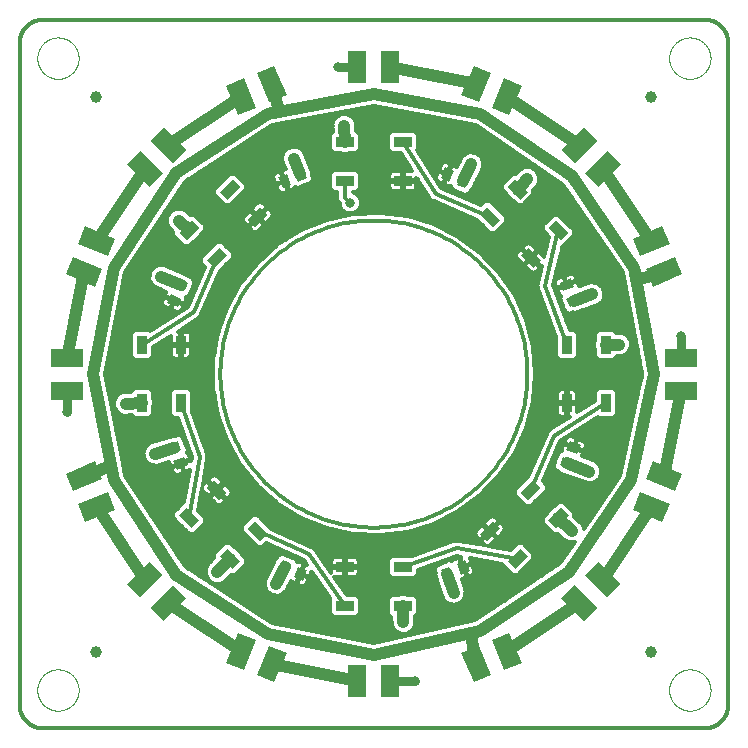
<source format=gtl>
G75*
%MOIN*%
%OFA0B0*%
%FSLAX25Y25*%
%IPPOS*%
%LPD*%
%AMOC8*
5,1,8,0,0,1.08239X$1,22.5*
%
%ADD10C,0.01181*%
%ADD11C,0.00000*%
%ADD12R,0.06299X0.10630*%
%ADD13R,0.10630X0.06299*%
%ADD14C,0.03937*%
%ADD15R,0.05906X0.03543*%
%ADD16R,0.03543X0.05906*%
%ADD17R,0.03150X0.03937*%
%ADD18C,0.03937*%
%ADD19C,0.03169*%
%ADD20C,0.02953*%
%ADD21C,0.01200*%
%ADD22C,0.01969*%
D10*
X0009465Y0003031D02*
X0229937Y0003031D01*
X0229937Y0003032D02*
X0230127Y0003034D01*
X0230317Y0003041D01*
X0230507Y0003053D01*
X0230697Y0003069D01*
X0230886Y0003089D01*
X0231075Y0003115D01*
X0231263Y0003144D01*
X0231450Y0003179D01*
X0231636Y0003218D01*
X0231821Y0003261D01*
X0232006Y0003309D01*
X0232189Y0003361D01*
X0232370Y0003417D01*
X0232550Y0003478D01*
X0232729Y0003544D01*
X0232906Y0003613D01*
X0233082Y0003687D01*
X0233255Y0003765D01*
X0233427Y0003848D01*
X0233596Y0003934D01*
X0233764Y0004024D01*
X0233929Y0004119D01*
X0234092Y0004217D01*
X0234252Y0004320D01*
X0234410Y0004426D01*
X0234565Y0004536D01*
X0234718Y0004649D01*
X0234868Y0004767D01*
X0235014Y0004888D01*
X0235158Y0005012D01*
X0235299Y0005140D01*
X0235437Y0005271D01*
X0235572Y0005406D01*
X0235703Y0005544D01*
X0235831Y0005685D01*
X0235955Y0005829D01*
X0236076Y0005975D01*
X0236194Y0006125D01*
X0236307Y0006278D01*
X0236417Y0006433D01*
X0236523Y0006591D01*
X0236626Y0006751D01*
X0236724Y0006914D01*
X0236819Y0007079D01*
X0236909Y0007247D01*
X0236995Y0007416D01*
X0237078Y0007588D01*
X0237156Y0007761D01*
X0237230Y0007937D01*
X0237299Y0008114D01*
X0237365Y0008293D01*
X0237426Y0008473D01*
X0237482Y0008654D01*
X0237534Y0008837D01*
X0237582Y0009022D01*
X0237625Y0009207D01*
X0237664Y0009393D01*
X0237699Y0009580D01*
X0237728Y0009768D01*
X0237754Y0009957D01*
X0237774Y0010146D01*
X0237790Y0010336D01*
X0237802Y0010526D01*
X0237809Y0010716D01*
X0237811Y0010906D01*
X0237811Y0231378D01*
X0237809Y0231568D01*
X0237802Y0231758D01*
X0237790Y0231948D01*
X0237774Y0232138D01*
X0237754Y0232327D01*
X0237728Y0232516D01*
X0237699Y0232704D01*
X0237664Y0232891D01*
X0237625Y0233077D01*
X0237582Y0233262D01*
X0237534Y0233447D01*
X0237482Y0233630D01*
X0237426Y0233811D01*
X0237365Y0233991D01*
X0237299Y0234170D01*
X0237230Y0234347D01*
X0237156Y0234523D01*
X0237078Y0234696D01*
X0236995Y0234868D01*
X0236909Y0235037D01*
X0236819Y0235205D01*
X0236724Y0235370D01*
X0236626Y0235533D01*
X0236523Y0235693D01*
X0236417Y0235851D01*
X0236307Y0236006D01*
X0236194Y0236159D01*
X0236076Y0236309D01*
X0235955Y0236455D01*
X0235831Y0236599D01*
X0235703Y0236740D01*
X0235572Y0236878D01*
X0235437Y0237013D01*
X0235299Y0237144D01*
X0235158Y0237272D01*
X0235014Y0237396D01*
X0234868Y0237517D01*
X0234718Y0237635D01*
X0234565Y0237748D01*
X0234410Y0237858D01*
X0234252Y0237964D01*
X0234092Y0238067D01*
X0233929Y0238165D01*
X0233764Y0238260D01*
X0233596Y0238350D01*
X0233427Y0238436D01*
X0233255Y0238519D01*
X0233082Y0238597D01*
X0232906Y0238671D01*
X0232729Y0238740D01*
X0232550Y0238806D01*
X0232370Y0238867D01*
X0232189Y0238923D01*
X0232006Y0238975D01*
X0231821Y0239023D01*
X0231636Y0239066D01*
X0231450Y0239105D01*
X0231263Y0239140D01*
X0231075Y0239169D01*
X0230886Y0239195D01*
X0230697Y0239215D01*
X0230507Y0239231D01*
X0230317Y0239243D01*
X0230127Y0239250D01*
X0229937Y0239252D01*
X0009465Y0239252D01*
X0009275Y0239250D01*
X0009085Y0239243D01*
X0008895Y0239231D01*
X0008705Y0239215D01*
X0008516Y0239195D01*
X0008327Y0239169D01*
X0008139Y0239140D01*
X0007952Y0239105D01*
X0007766Y0239066D01*
X0007581Y0239023D01*
X0007396Y0238975D01*
X0007213Y0238923D01*
X0007032Y0238867D01*
X0006852Y0238806D01*
X0006673Y0238740D01*
X0006496Y0238671D01*
X0006320Y0238597D01*
X0006147Y0238519D01*
X0005975Y0238436D01*
X0005806Y0238350D01*
X0005638Y0238260D01*
X0005473Y0238165D01*
X0005310Y0238067D01*
X0005150Y0237964D01*
X0004992Y0237858D01*
X0004837Y0237748D01*
X0004684Y0237635D01*
X0004534Y0237517D01*
X0004388Y0237396D01*
X0004244Y0237272D01*
X0004103Y0237144D01*
X0003965Y0237013D01*
X0003830Y0236878D01*
X0003699Y0236740D01*
X0003571Y0236599D01*
X0003447Y0236455D01*
X0003326Y0236309D01*
X0003208Y0236159D01*
X0003095Y0236006D01*
X0002985Y0235851D01*
X0002879Y0235693D01*
X0002776Y0235533D01*
X0002678Y0235370D01*
X0002583Y0235205D01*
X0002493Y0235037D01*
X0002407Y0234868D01*
X0002324Y0234696D01*
X0002246Y0234523D01*
X0002172Y0234347D01*
X0002103Y0234170D01*
X0002037Y0233991D01*
X0001976Y0233811D01*
X0001920Y0233630D01*
X0001868Y0233447D01*
X0001820Y0233262D01*
X0001777Y0233077D01*
X0001738Y0232891D01*
X0001703Y0232704D01*
X0001674Y0232516D01*
X0001648Y0232327D01*
X0001628Y0232138D01*
X0001612Y0231948D01*
X0001600Y0231758D01*
X0001593Y0231568D01*
X0001591Y0231378D01*
X0001591Y0010906D01*
X0001593Y0010716D01*
X0001600Y0010526D01*
X0001612Y0010336D01*
X0001628Y0010146D01*
X0001648Y0009957D01*
X0001674Y0009768D01*
X0001703Y0009580D01*
X0001738Y0009393D01*
X0001777Y0009207D01*
X0001820Y0009022D01*
X0001868Y0008837D01*
X0001920Y0008654D01*
X0001976Y0008473D01*
X0002037Y0008293D01*
X0002103Y0008114D01*
X0002172Y0007937D01*
X0002246Y0007761D01*
X0002324Y0007588D01*
X0002407Y0007416D01*
X0002493Y0007247D01*
X0002583Y0007079D01*
X0002678Y0006914D01*
X0002776Y0006751D01*
X0002879Y0006591D01*
X0002985Y0006433D01*
X0003095Y0006278D01*
X0003208Y0006125D01*
X0003326Y0005975D01*
X0003447Y0005829D01*
X0003571Y0005685D01*
X0003699Y0005544D01*
X0003830Y0005406D01*
X0003965Y0005271D01*
X0004103Y0005140D01*
X0004244Y0005012D01*
X0004388Y0004888D01*
X0004534Y0004767D01*
X0004684Y0004649D01*
X0004837Y0004536D01*
X0004992Y0004426D01*
X0005150Y0004320D01*
X0005310Y0004217D01*
X0005473Y0004119D01*
X0005638Y0004024D01*
X0005806Y0003934D01*
X0005975Y0003848D01*
X0006147Y0003765D01*
X0006320Y0003687D01*
X0006496Y0003613D01*
X0006673Y0003544D01*
X0006852Y0003478D01*
X0007032Y0003417D01*
X0007213Y0003361D01*
X0007396Y0003309D01*
X0007581Y0003261D01*
X0007766Y0003218D01*
X0007952Y0003179D01*
X0008139Y0003144D01*
X0008327Y0003115D01*
X0008516Y0003089D01*
X0008705Y0003069D01*
X0008895Y0003053D01*
X0009085Y0003041D01*
X0009275Y0003034D01*
X0009465Y0003032D01*
X0059668Y0055083D02*
X0063600Y0055083D01*
X0063611Y0054351D02*
X0064234Y0052914D01*
X0065359Y0051824D01*
X0066815Y0051248D01*
X0068381Y0051273D01*
X0069818Y0051895D01*
X0072156Y0054308D01*
X0073468Y0054308D01*
X0077127Y0057967D01*
X0077127Y0059598D01*
X0075345Y0061380D01*
X0075119Y0061901D01*
X0073994Y0062990D01*
X0073564Y0063161D01*
X0071798Y0064927D01*
X0070167Y0064927D01*
X0066508Y0061268D01*
X0066508Y0059795D01*
X0064163Y0057374D01*
X0063586Y0055917D01*
X0063611Y0054351D01*
X0063805Y0053904D02*
X0061497Y0053904D01*
X0063325Y0052724D02*
X0064430Y0052724D01*
X0065154Y0051545D02*
X0066065Y0051545D01*
X0066982Y0050365D02*
X0083368Y0050365D01*
X0083239Y0050747D02*
X0083738Y0049263D01*
X0084768Y0048082D01*
X0086170Y0047386D01*
X0087733Y0047279D01*
X0089217Y0047778D01*
X0090398Y0048807D01*
X0092030Y0052093D01*
X0092209Y0051956D01*
X0093676Y0051348D01*
X0094962Y0054455D01*
X0095326Y0054304D01*
X0094040Y0051198D01*
X0095506Y0050590D01*
X0095921Y0050536D01*
X0096337Y0050590D01*
X0096723Y0050751D01*
X0097056Y0051006D01*
X0097311Y0051338D01*
X0098069Y0053168D01*
X0095326Y0054304D01*
X0095477Y0054668D01*
X0095113Y0054818D01*
X0096400Y0057925D01*
X0094933Y0058532D01*
X0094518Y0058587D01*
X0094103Y0058532D01*
X0094056Y0058513D01*
X0093660Y0059468D01*
X0091577Y0060332D01*
X0090996Y0060620D01*
X0090857Y0060630D01*
X0089244Y0061298D01*
X0087737Y0060674D01*
X0087329Y0059688D01*
X0086768Y0059199D01*
X0083346Y0052310D01*
X0083239Y0050747D01*
X0083294Y0051545D02*
X0069009Y0051545D01*
X0070621Y0052724D02*
X0083552Y0052724D01*
X0084138Y0053904D02*
X0071764Y0053904D01*
X0074243Y0055083D02*
X0084724Y0055083D01*
X0085310Y0056263D02*
X0075423Y0056263D01*
X0076602Y0057443D02*
X0085896Y0057443D01*
X0086482Y0058622D02*
X0077127Y0058622D01*
X0076923Y0059802D02*
X0087376Y0059802D01*
X0088480Y0060981D02*
X0075743Y0060981D01*
X0074850Y0062161D02*
X0089468Y0062161D01*
X0090008Y0060981D02*
X0092078Y0060981D01*
X0092856Y0059802D02*
X0094688Y0059802D01*
X0094011Y0058622D02*
X0096641Y0058622D01*
X0096341Y0059055D02*
X0097417Y0057504D01*
X0096764Y0057774D01*
X0095477Y0054668D01*
X0098219Y0053532D01*
X0098949Y0055293D01*
X0105135Y0046368D01*
X0105134Y0046367D01*
X0105134Y0041192D01*
X0106287Y0040039D01*
X0113823Y0040039D01*
X0114976Y0041192D01*
X0114976Y0046367D01*
X0113823Y0047520D01*
X0110588Y0047520D01*
X0106391Y0053574D01*
X0106488Y0053518D01*
X0106893Y0053409D01*
X0109760Y0053409D01*
X0109760Y0056476D01*
X0110350Y0056476D01*
X0110350Y0053409D01*
X0113217Y0053409D01*
X0113622Y0053518D01*
X0113984Y0053727D01*
X0114281Y0054023D01*
X0114490Y0054386D01*
X0114598Y0054791D01*
X0114598Y0056476D01*
X0110350Y0056476D01*
X0110350Y0057067D01*
X0109760Y0057067D01*
X0109760Y0060134D01*
X0106893Y0060134D01*
X0106488Y0060025D01*
X0106126Y0059816D01*
X0105830Y0059520D01*
X0105620Y0059157D01*
X0105512Y0058753D01*
X0105512Y0057067D01*
X0109760Y0057067D01*
X0109760Y0056476D01*
X0105512Y0056476D01*
X0105512Y0054842D01*
X0100338Y0062306D01*
X0100270Y0062487D01*
X0100050Y0062722D01*
X0099867Y0062986D01*
X0099704Y0063091D01*
X0099571Y0063233D01*
X0099278Y0063365D01*
X0099008Y0063539D01*
X0098817Y0063573D01*
X0085513Y0069586D01*
X0080985Y0074114D01*
X0079354Y0074114D01*
X0075695Y0070455D01*
X0075695Y0068824D01*
X0081024Y0063495D01*
X0082655Y0063495D01*
X0083857Y0064697D01*
X0096341Y0059055D01*
X0096200Y0057443D02*
X0096626Y0057443D01*
X0096138Y0056263D02*
X0095712Y0056263D01*
X0095649Y0055083D02*
X0095223Y0055083D01*
X0095160Y0053904D02*
X0094734Y0053904D01*
X0094672Y0052724D02*
X0094246Y0052724D01*
X0094183Y0051545D02*
X0093757Y0051545D01*
X0093202Y0051545D02*
X0091758Y0051545D01*
X0091172Y0050365D02*
X0102365Y0050365D01*
X0101547Y0051545D02*
X0097396Y0051545D01*
X0097885Y0052724D02*
X0100730Y0052724D01*
X0099912Y0053904D02*
X0098374Y0053904D01*
X0097321Y0053904D02*
X0096293Y0053904D01*
X0098862Y0055083D02*
X0099094Y0055083D01*
X0103709Y0057443D02*
X0105512Y0057443D01*
X0105512Y0058622D02*
X0102892Y0058622D01*
X0102074Y0059802D02*
X0106112Y0059802D01*
X0105512Y0056263D02*
X0104527Y0056263D01*
X0105345Y0055083D02*
X0105512Y0055083D01*
X0106980Y0052724D02*
X0140645Y0052724D01*
X0141040Y0051545D02*
X0107798Y0051545D01*
X0108615Y0050365D02*
X0141435Y0050365D01*
X0141830Y0049185D02*
X0109433Y0049185D01*
X0110251Y0048006D02*
X0142225Y0048006D01*
X0142620Y0046826D02*
X0133808Y0046826D01*
X0134268Y0046367D02*
X0133115Y0047520D01*
X0130584Y0047520D01*
X0129983Y0047743D01*
X0128418Y0047685D01*
X0128058Y0047520D01*
X0125578Y0047520D01*
X0124425Y0046367D01*
X0124425Y0041192D01*
X0125544Y0040074D01*
X0125638Y0037536D01*
X0126291Y0036112D01*
X0127438Y0035047D01*
X0128906Y0034501D01*
X0130472Y0034559D01*
X0131895Y0035212D01*
X0132961Y0036359D01*
X0133507Y0037828D01*
X0133414Y0040338D01*
X0134268Y0041192D01*
X0134268Y0046367D01*
X0134268Y0045646D02*
X0143372Y0045646D01*
X0143819Y0045133D02*
X0142791Y0046315D01*
X0140200Y0054054D01*
X0140251Y0054791D01*
X0139843Y0055777D01*
X0140467Y0057284D01*
X0142082Y0057953D01*
X0142189Y0058046D01*
X0142802Y0058251D01*
X0144883Y0059113D01*
X0145839Y0058717D01*
X0145858Y0058764D01*
X0146113Y0059096D01*
X0146446Y0059351D01*
X0147912Y0059959D01*
X0149199Y0056852D01*
X0149562Y0057003D01*
X0148276Y0060109D01*
X0148590Y0060240D01*
X0147485Y0060427D01*
X0134268Y0055780D01*
X0134268Y0054185D01*
X0133115Y0053031D01*
X0125578Y0053031D01*
X0124425Y0054185D01*
X0124425Y0059359D01*
X0125578Y0060512D01*
X0132240Y0060512D01*
X0146068Y0065374D01*
X0146190Y0065461D01*
X0146546Y0065542D01*
X0146890Y0065663D01*
X0147040Y0065655D01*
X0147186Y0065689D01*
X0147546Y0065628D01*
X0147910Y0065608D01*
X0148046Y0065543D01*
X0156829Y0064050D01*
X0156585Y0064191D01*
X0155393Y0065383D01*
X0158397Y0068387D01*
X0157979Y0068804D01*
X0154976Y0065801D01*
X0153784Y0066993D01*
X0153574Y0067355D01*
X0153466Y0067760D01*
X0153466Y0068179D01*
X0153574Y0068583D01*
X0153784Y0068946D01*
X0155811Y0070973D01*
X0157979Y0068804D01*
X0158397Y0069222D01*
X0156228Y0071391D01*
X0158256Y0073418D01*
X0158618Y0073627D01*
X0159023Y0073736D01*
X0159442Y0073736D01*
X0159846Y0073627D01*
X0160209Y0073418D01*
X0161401Y0072226D01*
X0158397Y0069222D01*
X0158815Y0068804D01*
X0160983Y0066636D01*
X0163010Y0068663D01*
X0163220Y0069026D01*
X0163328Y0069430D01*
X0163328Y0069849D01*
X0163220Y0070253D01*
X0163010Y0070616D01*
X0161818Y0071808D01*
X0158815Y0068804D01*
X0158397Y0068387D01*
X0160566Y0066218D01*
X0158539Y0064191D01*
X0158176Y0063982D01*
X0157810Y0063884D01*
X0165290Y0062613D01*
X0167604Y0064927D01*
X0169234Y0064927D01*
X0172893Y0061268D01*
X0172893Y0059637D01*
X0167564Y0054308D01*
X0165933Y0054308D01*
X0162338Y0057904D01*
X0151650Y0059720D01*
X0152305Y0058139D01*
X0149563Y0057003D01*
X0149713Y0056639D01*
X0151000Y0053533D01*
X0152466Y0054140D01*
X0152799Y0054395D01*
X0153054Y0054728D01*
X0153214Y0055115D01*
X0153268Y0055530D01*
X0153214Y0055945D01*
X0152456Y0057775D01*
X0149713Y0056639D01*
X0149349Y0056489D01*
X0150636Y0053382D01*
X0149170Y0052775D01*
X0148942Y0052745D01*
X0150258Y0048814D01*
X0150149Y0047252D01*
X0149450Y0045850D01*
X0148268Y0044822D01*
X0146783Y0044325D01*
X0145220Y0044434D01*
X0143819Y0045133D01*
X0145155Y0044467D02*
X0134268Y0044467D01*
X0134268Y0043287D02*
X0159699Y0043287D01*
X0157930Y0042108D02*
X0134268Y0042108D01*
X0134003Y0040928D02*
X0156161Y0040928D01*
X0154391Y0039748D02*
X0133435Y0039748D01*
X0133479Y0038569D02*
X0150742Y0038569D01*
X0153562Y0039196D02*
X0119647Y0031659D01*
X0085764Y0038247D01*
X0056590Y0057069D01*
X0036803Y0087221D01*
X0036049Y0091102D01*
X0036053Y0091341D01*
X0035952Y0091597D01*
X0030208Y0121142D01*
X0066154Y0121142D01*
X0066154Y0122321D02*
X0030437Y0122321D01*
X0030208Y0121142D02*
X0036803Y0155063D01*
X0056590Y0185214D01*
X0085764Y0204036D01*
X0119701Y0210635D01*
X0153592Y0204045D01*
X0182811Y0184252D01*
X0202604Y0155033D01*
X0209184Y0121195D01*
X0201650Y0087295D01*
X0189575Y0069470D01*
X0189570Y0069822D01*
X0188947Y0071259D01*
X0186534Y0073597D01*
X0186534Y0074909D01*
X0182875Y0078568D01*
X0181245Y0078568D01*
X0179463Y0076786D01*
X0178942Y0076560D01*
X0177852Y0075435D01*
X0177682Y0075005D01*
X0175916Y0073239D01*
X0175916Y0071608D01*
X0179574Y0067949D01*
X0181047Y0067949D01*
X0183469Y0065604D01*
X0184925Y0065027D01*
X0186491Y0065052D01*
X0186620Y0065108D01*
X0181835Y0058044D01*
X0153562Y0039196D01*
X0149216Y0045646D02*
X0163238Y0045646D01*
X0161469Y0044467D02*
X0147206Y0044467D01*
X0149936Y0046826D02*
X0165008Y0046826D01*
X0166777Y0048006D02*
X0150201Y0048006D01*
X0150133Y0049185D02*
X0168547Y0049185D01*
X0170316Y0050365D02*
X0149738Y0050365D01*
X0149344Y0051545D02*
X0172085Y0051545D01*
X0173855Y0052724D02*
X0148949Y0052724D01*
X0150420Y0053904D02*
X0150846Y0053904D01*
X0151895Y0053904D02*
X0175624Y0053904D01*
X0177394Y0055083D02*
X0168339Y0055083D01*
X0169519Y0056263D02*
X0179163Y0056263D01*
X0180933Y0057443D02*
X0170698Y0057443D01*
X0171878Y0058622D02*
X0182227Y0058622D01*
X0183026Y0059802D02*
X0172893Y0059802D01*
X0172893Y0060981D02*
X0183825Y0060981D01*
X0184624Y0062161D02*
X0172000Y0062161D01*
X0170820Y0063341D02*
X0185423Y0063341D01*
X0186222Y0064520D02*
X0169641Y0064520D01*
X0167197Y0064520D02*
X0158868Y0064520D01*
X0160047Y0065700D02*
X0183370Y0065700D01*
X0182152Y0066880D02*
X0161227Y0066880D01*
X0160740Y0066880D02*
X0159904Y0066880D01*
X0159560Y0068059D02*
X0158725Y0068059D01*
X0158069Y0068059D02*
X0157234Y0068059D01*
X0157545Y0069239D02*
X0158380Y0069239D01*
X0158414Y0069239D02*
X0159249Y0069239D01*
X0159593Y0070418D02*
X0160429Y0070418D01*
X0160773Y0071598D02*
X0161608Y0071598D01*
X0162029Y0071598D02*
X0175926Y0071598D01*
X0175916Y0072778D02*
X0160849Y0072778D01*
X0163125Y0070418D02*
X0177105Y0070418D01*
X0178285Y0069239D02*
X0163277Y0069239D01*
X0162407Y0068059D02*
X0179465Y0068059D01*
X0176634Y0073957D02*
X0145054Y0073957D01*
X0142715Y0072778D02*
X0157615Y0072778D01*
X0156436Y0071598D02*
X0140375Y0071598D01*
X0139738Y0071277D02*
X0147877Y0075380D01*
X0155206Y0080800D01*
X0155206Y0080800D01*
X0161513Y0087381D01*
X0166617Y0094933D01*
X0170371Y0103239D01*
X0172668Y0112060D01*
X0173441Y0121142D01*
X0209172Y0121142D01*
X0208965Y0122321D02*
X0173341Y0122321D01*
X0173441Y0121142D02*
X0172668Y0130224D01*
X0170371Y0139045D01*
X0166617Y0147351D01*
X0161513Y0154902D01*
X0155206Y0161483D01*
X0155206Y0161483D01*
X0147877Y0166903D01*
X0139738Y0171007D01*
X0131023Y0173676D01*
X0121982Y0174833D01*
X0112875Y0174447D01*
X0112875Y0174447D01*
X0103964Y0172526D01*
X0095507Y0169128D01*
X0095507Y0169128D01*
X0087745Y0164349D01*
X0080903Y0158327D01*
X0080903Y0158327D01*
X0075177Y0151235D01*
X0075177Y0151235D01*
X0070731Y0143277D01*
X0067695Y0134683D01*
X0066154Y0125699D01*
X0066154Y0116584D01*
X0067695Y0107600D01*
X0070731Y0099006D01*
X0075177Y0091049D01*
X0075177Y0091049D01*
X0080903Y0083957D01*
X0087745Y0077935D01*
X0087745Y0077935D01*
X0095507Y0073156D01*
X0103964Y0069757D01*
X0103964Y0069757D01*
X0112875Y0067837D01*
X0121982Y0067450D01*
X0131023Y0068608D01*
X0139738Y0071277D01*
X0139738Y0071277D01*
X0136935Y0070418D02*
X0155256Y0070418D01*
X0156365Y0070418D02*
X0157201Y0070418D01*
X0154077Y0069239D02*
X0133083Y0069239D01*
X0131023Y0068608D02*
X0131023Y0068608D01*
X0126738Y0068059D02*
X0153466Y0068059D01*
X0153897Y0066880D02*
X0091501Y0066880D01*
X0094111Y0065700D02*
X0155710Y0065700D01*
X0156055Y0066880D02*
X0156890Y0066880D01*
X0156256Y0064520D02*
X0154063Y0064520D01*
X0152105Y0058622D02*
X0158109Y0058622D01*
X0162799Y0057443D02*
X0152593Y0057443D01*
X0151652Y0057443D02*
X0150624Y0057443D01*
X0149380Y0057443D02*
X0148954Y0057443D01*
X0148892Y0058622D02*
X0148466Y0058622D01*
X0148403Y0059802D02*
X0147977Y0059802D01*
X0147534Y0059802D02*
X0145706Y0059802D01*
X0143698Y0058622D02*
X0142352Y0058622D01*
X0140850Y0057443D02*
X0138997Y0057443D01*
X0140044Y0056263D02*
X0135643Y0056263D01*
X0134268Y0055083D02*
X0140130Y0055083D01*
X0140250Y0053904D02*
X0133987Y0053904D01*
X0133575Y0060981D02*
X0101256Y0060981D01*
X0100439Y0062161D02*
X0136930Y0062161D01*
X0140284Y0063341D02*
X0099331Y0063341D01*
X0096721Y0064520D02*
X0143639Y0064520D01*
X0149443Y0056263D02*
X0149869Y0056263D01*
X0149931Y0055083D02*
X0150358Y0055083D01*
X0153201Y0055083D02*
X0165158Y0055083D01*
X0163979Y0056263D02*
X0153082Y0056263D01*
X0161005Y0063341D02*
X0166018Y0063341D01*
X0177734Y0075137D02*
X0147394Y0075137D01*
X0149143Y0076316D02*
X0178706Y0076316D01*
X0180173Y0077496D02*
X0172378Y0077496D01*
X0172018Y0077136D02*
X0177347Y0082465D01*
X0177347Y0084096D01*
X0176079Y0085365D01*
X0181790Y0098732D01*
X0194335Y0106716D01*
X0194476Y0106575D01*
X0199650Y0106575D01*
X0200803Y0107728D01*
X0200803Y0115264D01*
X0199650Y0116417D01*
X0194476Y0116417D01*
X0193323Y0115264D01*
X0193323Y0112160D01*
X0187433Y0108412D01*
X0187433Y0111201D01*
X0184366Y0111201D01*
X0184366Y0106953D01*
X0185139Y0106953D01*
X0178562Y0102767D01*
X0178309Y0102666D01*
X0178135Y0102496D01*
X0177930Y0102365D01*
X0177774Y0102142D01*
X0177579Y0101951D01*
X0177483Y0101728D01*
X0177344Y0101528D01*
X0177285Y0101262D01*
X0171107Y0086804D01*
X0166729Y0082426D01*
X0166729Y0080795D01*
X0170388Y0077136D01*
X0172018Y0077136D01*
X0170028Y0077496D02*
X0150738Y0077496D01*
X0152333Y0078676D02*
X0168848Y0078676D01*
X0167669Y0079855D02*
X0153928Y0079855D01*
X0155430Y0081035D02*
X0166729Y0081035D01*
X0166729Y0082214D02*
X0156561Y0082214D01*
X0157691Y0083394D02*
X0167697Y0083394D01*
X0168877Y0084574D02*
X0158822Y0084574D01*
X0159952Y0085753D02*
X0170057Y0085753D01*
X0171162Y0086933D02*
X0161083Y0086933D01*
X0162007Y0088113D02*
X0171666Y0088113D01*
X0172170Y0089292D02*
X0162804Y0089292D01*
X0163601Y0090472D02*
X0172674Y0090472D01*
X0173178Y0091651D02*
X0164399Y0091651D01*
X0165196Y0092831D02*
X0173682Y0092831D01*
X0174186Y0094011D02*
X0165993Y0094011D01*
X0166733Y0095190D02*
X0174690Y0095190D01*
X0175194Y0096370D02*
X0167266Y0096370D01*
X0167799Y0097549D02*
X0175698Y0097549D01*
X0176202Y0098729D02*
X0168333Y0098729D01*
X0168866Y0099909D02*
X0176706Y0099909D01*
X0177210Y0101088D02*
X0169399Y0101088D01*
X0169932Y0102268D02*
X0177862Y0102268D01*
X0179631Y0103448D02*
X0170426Y0103448D01*
X0170733Y0104627D02*
X0181485Y0104627D01*
X0183339Y0105807D02*
X0171040Y0105807D01*
X0171347Y0106986D02*
X0181964Y0106986D01*
X0182090Y0106953D02*
X0183776Y0106953D01*
X0183776Y0111201D01*
X0184366Y0111201D01*
X0184366Y0111791D01*
X0187433Y0111791D01*
X0187433Y0114658D01*
X0187325Y0115063D01*
X0187115Y0115425D01*
X0186819Y0115722D01*
X0186456Y0115931D01*
X0186052Y0116039D01*
X0184366Y0116039D01*
X0184366Y0111791D01*
X0183776Y0111791D01*
X0183776Y0111201D01*
X0180709Y0111201D01*
X0180709Y0108334D01*
X0180817Y0107929D01*
X0181026Y0107567D01*
X0181323Y0107271D01*
X0181685Y0107061D01*
X0182090Y0106953D01*
X0183776Y0106986D02*
X0184366Y0106986D01*
X0184366Y0108166D02*
X0183776Y0108166D01*
X0183776Y0109346D02*
X0184366Y0109346D01*
X0184366Y0110525D02*
X0183776Y0110525D01*
X0183776Y0111705D02*
X0172576Y0111705D01*
X0172668Y0112060D02*
X0172668Y0112060D01*
X0172738Y0112884D02*
X0180709Y0112884D01*
X0180709Y0111791D02*
X0183776Y0111791D01*
X0183776Y0116039D01*
X0182090Y0116039D01*
X0181685Y0115931D01*
X0181323Y0115722D01*
X0181026Y0115425D01*
X0180817Y0115063D01*
X0180709Y0114658D01*
X0180709Y0111791D01*
X0180709Y0110525D02*
X0172268Y0110525D01*
X0171961Y0109346D02*
X0180709Y0109346D01*
X0180754Y0108166D02*
X0171654Y0108166D01*
X0172839Y0114064D02*
X0180709Y0114064D01*
X0180922Y0115244D02*
X0172939Y0115244D01*
X0173039Y0116423D02*
X0208123Y0116423D01*
X0207861Y0115244D02*
X0200803Y0115244D01*
X0200803Y0114064D02*
X0207599Y0114064D01*
X0207337Y0112884D02*
X0200803Y0112884D01*
X0200803Y0111705D02*
X0207075Y0111705D01*
X0206812Y0110525D02*
X0200803Y0110525D01*
X0200803Y0109346D02*
X0206550Y0109346D01*
X0206288Y0108166D02*
X0200803Y0108166D01*
X0200062Y0106986D02*
X0206026Y0106986D01*
X0205764Y0105807D02*
X0192907Y0105807D01*
X0191053Y0104627D02*
X0205502Y0104627D01*
X0205240Y0103448D02*
X0189199Y0103448D01*
X0187346Y0102268D02*
X0204978Y0102268D01*
X0204715Y0101088D02*
X0185492Y0101088D01*
X0185480Y0100419D02*
X0185065Y0100473D01*
X0184650Y0100419D01*
X0184263Y0100258D01*
X0183931Y0100003D01*
X0183676Y0099671D01*
X0183068Y0098205D01*
X0186175Y0096918D01*
X0187311Y0099660D01*
X0185480Y0100419D01*
X0186711Y0099909D02*
X0204453Y0099909D01*
X0204191Y0098729D02*
X0189534Y0098729D01*
X0189505Y0098752D02*
X0189837Y0098497D01*
X0190092Y0098164D01*
X0190252Y0097778D01*
X0190307Y0097362D01*
X0190252Y0096947D01*
X0189645Y0095481D01*
X0186539Y0096767D01*
X0186388Y0096403D01*
X0189494Y0095117D01*
X0188950Y0093804D01*
X0193638Y0092090D01*
X0194792Y0091030D01*
X0195452Y0089610D01*
X0195518Y0088045D01*
X0194980Y0086574D01*
X0193920Y0085421D01*
X0192500Y0084761D01*
X0190935Y0084695D01*
X0182009Y0087958D01*
X0181102Y0088792D01*
X0180169Y0089178D01*
X0179545Y0090685D01*
X0180428Y0092816D01*
X0180668Y0093474D01*
X0180726Y0093537D01*
X0181374Y0095101D01*
X0182330Y0095497D01*
X0182310Y0095544D01*
X0182256Y0095959D01*
X0182310Y0096374D01*
X0182918Y0097841D01*
X0186024Y0096554D01*
X0186175Y0096918D01*
X0186538Y0096767D01*
X0187674Y0099510D01*
X0189505Y0098752D01*
X0190282Y0097549D02*
X0203929Y0097549D01*
X0203667Y0096370D02*
X0190013Y0096370D01*
X0189317Y0095190D02*
X0203405Y0095190D01*
X0203143Y0094011D02*
X0189036Y0094011D01*
X0187498Y0096370D02*
X0186469Y0096370D01*
X0186436Y0097549D02*
X0186862Y0097549D01*
X0186925Y0098729D02*
X0187351Y0098729D01*
X0184650Y0097549D02*
X0183621Y0097549D01*
X0182797Y0097549D02*
X0181284Y0097549D01*
X0180780Y0096370D02*
X0182310Y0096370D01*
X0181588Y0095190D02*
X0180276Y0095190D01*
X0179772Y0094011D02*
X0180922Y0094011D01*
X0180433Y0092831D02*
X0179268Y0092831D01*
X0178764Y0091651D02*
X0179945Y0091651D01*
X0179633Y0090472D02*
X0178260Y0090472D01*
X0177756Y0089292D02*
X0180122Y0089292D01*
X0181841Y0088113D02*
X0177252Y0088113D01*
X0176749Y0086933D02*
X0184813Y0086933D01*
X0188040Y0085753D02*
X0176245Y0085753D01*
X0176870Y0084574D02*
X0199807Y0084574D01*
X0200606Y0085753D02*
X0194226Y0085753D01*
X0195111Y0086933D02*
X0201405Y0086933D01*
X0201832Y0088113D02*
X0195515Y0088113D01*
X0195465Y0089292D02*
X0202094Y0089292D01*
X0202356Y0090472D02*
X0195051Y0090472D01*
X0194116Y0091651D02*
X0202618Y0091651D01*
X0202880Y0092831D02*
X0191612Y0092831D01*
X0183286Y0098729D02*
X0181788Y0098729D01*
X0183638Y0099909D02*
X0183858Y0099909D01*
X0187433Y0109346D02*
X0188900Y0109346D01*
X0187433Y0110525D02*
X0190753Y0110525D01*
X0192607Y0111705D02*
X0184366Y0111705D01*
X0184366Y0112884D02*
X0183776Y0112884D01*
X0183776Y0114064D02*
X0184366Y0114064D01*
X0184366Y0115244D02*
X0183776Y0115244D01*
X0187220Y0115244D02*
X0193323Y0115244D01*
X0193323Y0114064D02*
X0187433Y0114064D01*
X0187433Y0112884D02*
X0193323Y0112884D01*
X0194476Y0125866D02*
X0193323Y0127019D01*
X0193323Y0129491D01*
X0193166Y0129826D01*
X0193094Y0131391D01*
X0193323Y0132022D01*
X0193323Y0134556D01*
X0194476Y0135709D01*
X0199650Y0135709D01*
X0200475Y0134884D01*
X0201997Y0134953D01*
X0203470Y0134420D01*
X0204627Y0133364D01*
X0205291Y0131945D01*
X0205362Y0130381D01*
X0204829Y0128908D01*
X0203773Y0127751D01*
X0202355Y0127087D01*
X0200800Y0127016D01*
X0199650Y0125866D01*
X0194476Y0125866D01*
X0193323Y0127040D02*
X0187811Y0127040D01*
X0187811Y0127019D02*
X0187811Y0134556D01*
X0186658Y0135709D01*
X0185003Y0135709D01*
X0179467Y0150822D01*
X0182584Y0163716D01*
X0182875Y0163716D01*
X0186534Y0167374D01*
X0186534Y0169005D01*
X0181205Y0174334D01*
X0179574Y0174334D01*
X0175916Y0170675D01*
X0175916Y0169045D01*
X0178067Y0166893D01*
X0176446Y0160185D01*
X0174624Y0162007D01*
X0172456Y0159838D01*
X0175460Y0156834D01*
X0175691Y0157066D01*
X0174350Y0151520D01*
X0174242Y0151286D01*
X0174232Y0151028D01*
X0174171Y0150776D01*
X0174211Y0150522D01*
X0174200Y0150265D01*
X0174289Y0150022D01*
X0174329Y0149767D01*
X0174463Y0149547D01*
X0180331Y0133530D01*
X0180331Y0127019D01*
X0181484Y0125866D01*
X0186658Y0125866D01*
X0187811Y0127019D01*
X0187811Y0128219D02*
X0193323Y0128219D01*
X0193323Y0129399D02*
X0187811Y0129399D01*
X0187811Y0130579D02*
X0193131Y0130579D01*
X0193227Y0131758D02*
X0187811Y0131758D01*
X0187811Y0132938D02*
X0193323Y0132938D01*
X0193323Y0134117D02*
X0187811Y0134117D01*
X0187069Y0135297D02*
X0194064Y0135297D01*
X0200062Y0135297D02*
X0206442Y0135297D01*
X0206671Y0134117D02*
X0203801Y0134117D01*
X0204826Y0132938D02*
X0206900Y0132938D01*
X0207130Y0131758D02*
X0205300Y0131758D01*
X0205353Y0130579D02*
X0207359Y0130579D01*
X0207588Y0129399D02*
X0205007Y0129399D01*
X0204200Y0128219D02*
X0207818Y0128219D01*
X0208047Y0127040D02*
X0201319Y0127040D01*
X0208277Y0125860D02*
X0173039Y0125860D01*
X0173140Y0124681D02*
X0208506Y0124681D01*
X0208735Y0123501D02*
X0173240Y0123501D01*
X0173441Y0121142D02*
X0173441Y0121142D01*
X0173341Y0119962D02*
X0208910Y0119962D01*
X0208647Y0118783D02*
X0173240Y0118783D01*
X0173140Y0117603D02*
X0208385Y0117603D01*
X0206212Y0136477D02*
X0184722Y0136477D01*
X0184290Y0137656D02*
X0205983Y0137656D01*
X0205753Y0138836D02*
X0183858Y0138836D01*
X0183426Y0140016D02*
X0205524Y0140016D01*
X0205295Y0141195D02*
X0182994Y0141195D01*
X0183559Y0141908D02*
X0185065Y0141284D01*
X0186051Y0141692D01*
X0186789Y0141641D01*
X0194528Y0144232D01*
X0195710Y0145260D01*
X0196408Y0146661D01*
X0196517Y0148224D01*
X0196020Y0149709D01*
X0194992Y0150891D01*
X0193591Y0151589D01*
X0192028Y0151698D01*
X0188098Y0150383D01*
X0188068Y0150611D01*
X0187460Y0152077D01*
X0184354Y0150790D01*
X0184203Y0151154D01*
X0183839Y0151003D01*
X0183990Y0150640D01*
X0180884Y0149353D01*
X0181491Y0147887D01*
X0181746Y0147554D01*
X0182079Y0147299D01*
X0182125Y0147280D01*
X0181729Y0146324D01*
X0182591Y0144243D01*
X0182797Y0143630D01*
X0182889Y0143523D01*
X0183559Y0141908D01*
X0183365Y0142375D02*
X0182561Y0142375D01*
X0182863Y0143554D02*
X0182129Y0143554D01*
X0182388Y0144734D02*
X0181697Y0144734D01*
X0181899Y0145914D02*
X0181265Y0145914D01*
X0180833Y0147093D02*
X0182048Y0147093D01*
X0181331Y0148273D02*
X0180401Y0148273D01*
X0179969Y0149452D02*
X0181124Y0149452D01*
X0180733Y0149717D02*
X0183839Y0151003D01*
X0182703Y0153746D01*
X0180873Y0152988D01*
X0180541Y0152733D01*
X0180286Y0152401D01*
X0180126Y0152014D01*
X0180071Y0151599D01*
X0180126Y0151183D01*
X0180733Y0149717D01*
X0180354Y0150632D02*
X0179536Y0150632D01*
X0179706Y0151812D02*
X0180099Y0151812D01*
X0179991Y0152991D02*
X0180882Y0152991D01*
X0180276Y0154171D02*
X0183729Y0154171D01*
X0183067Y0153897D02*
X0184203Y0151154D01*
X0187309Y0152441D01*
X0186702Y0153907D01*
X0186447Y0154240D01*
X0186115Y0154494D01*
X0185728Y0154655D01*
X0185313Y0154709D01*
X0184897Y0154655D01*
X0183067Y0153897D01*
X0183016Y0152991D02*
X0183442Y0152991D01*
X0183505Y0151812D02*
X0183931Y0151812D01*
X0183972Y0150632D02*
X0182943Y0150632D01*
X0185791Y0151812D02*
X0186820Y0151812D01*
X0187570Y0151812D02*
X0203230Y0151812D01*
X0203001Y0152991D02*
X0187081Y0152991D01*
X0186500Y0154171D02*
X0202772Y0154171D01*
X0202389Y0155351D02*
X0180562Y0155351D01*
X0180847Y0156530D02*
X0201590Y0156530D01*
X0200791Y0157710D02*
X0181132Y0157710D01*
X0181417Y0158889D02*
X0199992Y0158889D01*
X0199193Y0160069D02*
X0181702Y0160069D01*
X0181987Y0161249D02*
X0198394Y0161249D01*
X0197594Y0162428D02*
X0182273Y0162428D01*
X0182558Y0163608D02*
X0196795Y0163608D01*
X0195996Y0164787D02*
X0183947Y0164787D01*
X0185127Y0165967D02*
X0195197Y0165967D01*
X0194398Y0167147D02*
X0186306Y0167147D01*
X0186534Y0168326D02*
X0193599Y0168326D01*
X0192800Y0169506D02*
X0186033Y0169506D01*
X0184854Y0170686D02*
X0192001Y0170686D01*
X0191202Y0171865D02*
X0183674Y0171865D01*
X0182494Y0173045D02*
X0190403Y0173045D01*
X0189604Y0174224D02*
X0181315Y0174224D01*
X0179465Y0174224D02*
X0162941Y0174224D01*
X0163706Y0173459D02*
X0158377Y0178788D01*
X0156747Y0178788D01*
X0155478Y0177519D01*
X0142110Y0183231D01*
X0134127Y0195776D01*
X0134268Y0195917D01*
X0134268Y0201091D01*
X0133115Y0202244D01*
X0125578Y0202244D01*
X0124425Y0201091D01*
X0124425Y0195917D01*
X0125578Y0194764D01*
X0128682Y0194764D01*
X0132430Y0188874D01*
X0129642Y0188874D01*
X0129642Y0185807D01*
X0133890Y0185807D01*
X0133890Y0186580D01*
X0138075Y0180003D01*
X0138177Y0179750D01*
X0138347Y0179576D01*
X0138477Y0179371D01*
X0138701Y0179215D01*
X0138891Y0179020D01*
X0139115Y0178924D01*
X0139314Y0178785D01*
X0139580Y0178725D01*
X0154039Y0172548D01*
X0158417Y0168170D01*
X0160048Y0168170D01*
X0163706Y0171829D01*
X0163706Y0173459D01*
X0163706Y0173045D02*
X0178285Y0173045D01*
X0177106Y0171865D02*
X0163706Y0171865D01*
X0162563Y0170686D02*
X0175926Y0170686D01*
X0175916Y0169506D02*
X0161384Y0169506D01*
X0160204Y0168326D02*
X0176634Y0168326D01*
X0177814Y0167147D02*
X0147394Y0167147D01*
X0147877Y0166903D02*
X0147877Y0166903D01*
X0149143Y0165967D02*
X0177843Y0165967D01*
X0177558Y0164787D02*
X0150738Y0164787D01*
X0152333Y0163608D02*
X0169383Y0163608D01*
X0169034Y0163259D02*
X0172038Y0160256D01*
X0171620Y0159838D01*
X0168617Y0162842D01*
X0167425Y0161650D01*
X0167215Y0161287D01*
X0167107Y0160883D01*
X0167107Y0160464D01*
X0167215Y0160059D01*
X0167425Y0159697D01*
X0169452Y0157669D01*
X0171620Y0159838D01*
X0172038Y0159420D01*
X0169869Y0157252D01*
X0171897Y0155225D01*
X0172259Y0155015D01*
X0172664Y0154907D01*
X0173083Y0154907D01*
X0173487Y0155015D01*
X0173850Y0155225D01*
X0175042Y0156417D01*
X0172038Y0159420D01*
X0172456Y0159838D01*
X0172038Y0160256D01*
X0174207Y0162424D01*
X0172180Y0164451D01*
X0171817Y0164661D01*
X0171412Y0164769D01*
X0170994Y0164769D01*
X0170589Y0164661D01*
X0170226Y0164451D01*
X0169034Y0163259D01*
X0169030Y0162428D02*
X0169866Y0162428D01*
X0170210Y0161249D02*
X0171045Y0161249D01*
X0171390Y0160069D02*
X0171851Y0160069D01*
X0172225Y0160069D02*
X0172687Y0160069D01*
X0172569Y0158889D02*
X0173404Y0158889D01*
X0173749Y0157710D02*
X0174584Y0157710D01*
X0174928Y0156530D02*
X0175562Y0156530D01*
X0175277Y0155351D02*
X0173976Y0155351D01*
X0174991Y0154171D02*
X0162007Y0154171D01*
X0161513Y0154902D02*
X0161513Y0154902D01*
X0161083Y0155351D02*
X0171771Y0155351D01*
X0170591Y0156530D02*
X0159952Y0156530D01*
X0158822Y0157710D02*
X0169412Y0157710D01*
X0169492Y0157710D02*
X0170327Y0157710D01*
X0170672Y0158889D02*
X0171507Y0158889D01*
X0173031Y0161249D02*
X0173866Y0161249D01*
X0174203Y0162428D02*
X0176988Y0162428D01*
X0176703Y0161249D02*
X0175382Y0161249D01*
X0177273Y0163608D02*
X0173023Y0163608D01*
X0168203Y0162428D02*
X0153927Y0162428D01*
X0155430Y0161249D02*
X0167205Y0161249D01*
X0167213Y0160069D02*
X0156561Y0160069D01*
X0157691Y0158889D02*
X0168232Y0158889D01*
X0162804Y0152991D02*
X0174706Y0152991D01*
X0174421Y0151812D02*
X0163601Y0151812D01*
X0164399Y0150632D02*
X0174193Y0150632D01*
X0174498Y0149452D02*
X0165196Y0149452D01*
X0165993Y0148273D02*
X0174930Y0148273D01*
X0175362Y0147093D02*
X0166733Y0147093D01*
X0166617Y0147351D02*
X0166617Y0147351D01*
X0167266Y0145914D02*
X0175794Y0145914D01*
X0176226Y0144734D02*
X0167799Y0144734D01*
X0168333Y0143554D02*
X0176658Y0143554D01*
X0177091Y0142375D02*
X0168866Y0142375D01*
X0169399Y0141195D02*
X0177523Y0141195D01*
X0177955Y0140016D02*
X0169932Y0140016D01*
X0170371Y0139045D02*
X0170371Y0139045D01*
X0170426Y0138836D02*
X0178387Y0138836D01*
X0178819Y0137656D02*
X0170733Y0137656D01*
X0171040Y0136477D02*
X0179251Y0136477D01*
X0179683Y0135297D02*
X0171347Y0135297D01*
X0171654Y0134117D02*
X0180116Y0134117D01*
X0180331Y0132938D02*
X0171961Y0132938D01*
X0172268Y0131758D02*
X0180331Y0131758D01*
X0180331Y0130579D02*
X0172576Y0130579D01*
X0172668Y0130224D02*
X0172668Y0130224D01*
X0172738Y0129399D02*
X0180331Y0129399D01*
X0180331Y0128219D02*
X0172839Y0128219D01*
X0172939Y0127040D02*
X0180331Y0127040D01*
X0188981Y0142375D02*
X0205065Y0142375D01*
X0204836Y0143554D02*
X0192504Y0143554D01*
X0195105Y0144734D02*
X0204607Y0144734D01*
X0204377Y0145914D02*
X0196036Y0145914D01*
X0196439Y0147093D02*
X0204148Y0147093D01*
X0203918Y0148273D02*
X0196501Y0148273D01*
X0196106Y0149452D02*
X0203689Y0149452D01*
X0203460Y0150632D02*
X0195217Y0150632D01*
X0188843Y0150632D02*
X0188059Y0150632D01*
X0188804Y0175404D02*
X0161762Y0175404D01*
X0160582Y0176584D02*
X0188005Y0176584D01*
X0187206Y0177763D02*
X0169641Y0177763D01*
X0169234Y0177357D02*
X0172893Y0181015D01*
X0172893Y0182512D01*
X0174265Y0183941D01*
X0174834Y0185400D01*
X0174802Y0186966D01*
X0174173Y0188401D01*
X0173043Y0189485D01*
X0171584Y0190055D01*
X0170018Y0190022D01*
X0168584Y0189393D01*
X0167222Y0187975D01*
X0165933Y0187975D01*
X0162275Y0184316D01*
X0162275Y0182686D01*
X0164059Y0180902D01*
X0164293Y0180368D01*
X0165423Y0179283D01*
X0165840Y0179120D01*
X0167604Y0177357D01*
X0169234Y0177357D01*
X0167197Y0177763D02*
X0159402Y0177763D01*
X0155722Y0177763D02*
X0154907Y0177763D01*
X0152146Y0178943D02*
X0166018Y0178943D01*
X0164548Y0180122D02*
X0149385Y0180122D01*
X0150158Y0180986D02*
X0151664Y0181610D01*
X0152073Y0182596D01*
X0152634Y0183085D01*
X0156055Y0189973D01*
X0156162Y0191536D01*
X0155663Y0193021D01*
X0154634Y0194201D01*
X0153231Y0194898D01*
X0151669Y0195005D01*
X0150184Y0194506D01*
X0149004Y0193476D01*
X0147371Y0190190D01*
X0147192Y0190328D01*
X0145726Y0190935D01*
X0144439Y0187829D01*
X0144075Y0187979D01*
X0143925Y0187616D01*
X0141182Y0188752D01*
X0140424Y0186921D01*
X0140369Y0186506D01*
X0140424Y0186091D01*
X0140584Y0185704D01*
X0140839Y0185372D01*
X0141171Y0185117D01*
X0142638Y0184509D01*
X0143925Y0187616D01*
X0144288Y0187465D01*
X0143002Y0184359D01*
X0144468Y0183751D01*
X0144883Y0183697D01*
X0145299Y0183751D01*
X0145345Y0183771D01*
X0145741Y0182815D01*
X0147825Y0181952D01*
X0148406Y0181663D01*
X0148544Y0181654D01*
X0150158Y0180986D01*
X0150921Y0181302D02*
X0163658Y0181302D01*
X0162479Y0182482D02*
X0152025Y0182482D01*
X0152920Y0183661D02*
X0162275Y0183661D01*
X0162799Y0184841D02*
X0153506Y0184841D01*
X0154092Y0186020D02*
X0163979Y0186020D01*
X0165158Y0187200D02*
X0154678Y0187200D01*
X0155264Y0188380D02*
X0167611Y0188380D01*
X0168962Y0189559D02*
X0155850Y0189559D01*
X0156108Y0190739D02*
X0173234Y0190739D01*
X0172853Y0189559D02*
X0174976Y0189559D01*
X0174182Y0188380D02*
X0176717Y0188380D01*
X0178458Y0187200D02*
X0174699Y0187200D01*
X0174821Y0186020D02*
X0180200Y0186020D01*
X0181941Y0184841D02*
X0174616Y0184841D01*
X0173996Y0183661D02*
X0183211Y0183661D01*
X0184010Y0182482D02*
X0172893Y0182482D01*
X0172893Y0181302D02*
X0184809Y0181302D01*
X0185608Y0180122D02*
X0172000Y0180122D01*
X0170821Y0178943D02*
X0186407Y0178943D01*
X0171493Y0191919D02*
X0156034Y0191919D01*
X0155596Y0193098D02*
X0169752Y0193098D01*
X0168010Y0194278D02*
X0154480Y0194278D01*
X0149923Y0194278D02*
X0135080Y0194278D01*
X0134330Y0195457D02*
X0166269Y0195457D01*
X0164528Y0196637D02*
X0134268Y0196637D01*
X0134268Y0197817D02*
X0162786Y0197817D01*
X0161045Y0198996D02*
X0134268Y0198996D01*
X0134268Y0200176D02*
X0159304Y0200176D01*
X0157562Y0201355D02*
X0134003Y0201355D01*
X0137091Y0207254D02*
X0111918Y0207254D01*
X0111963Y0207237D02*
X0110495Y0207782D01*
X0108930Y0207724D01*
X0107506Y0207072D01*
X0106440Y0205924D01*
X0105895Y0204456D01*
X0105988Y0201945D01*
X0105134Y0201091D01*
X0105134Y0195917D01*
X0106287Y0194764D01*
X0108818Y0194764D01*
X0109418Y0194541D01*
X0110983Y0194599D01*
X0111344Y0194764D01*
X0113823Y0194764D01*
X0114976Y0195917D01*
X0114976Y0201091D01*
X0113858Y0202210D01*
X0113764Y0204747D01*
X0113111Y0206171D01*
X0111963Y0207237D01*
X0113156Y0206074D02*
X0143157Y0206074D01*
X0149224Y0204894D02*
X0113696Y0204894D01*
X0113802Y0203715D02*
X0154080Y0203715D01*
X0155821Y0202535D02*
X0113846Y0202535D01*
X0114712Y0201355D02*
X0124690Y0201355D01*
X0124425Y0200176D02*
X0114976Y0200176D01*
X0114976Y0198996D02*
X0124425Y0198996D01*
X0124425Y0197817D02*
X0114976Y0197817D01*
X0114976Y0196637D02*
X0124425Y0196637D01*
X0124885Y0195457D02*
X0114517Y0195457D01*
X0113823Y0189252D02*
X0106287Y0189252D01*
X0105134Y0188099D01*
X0105134Y0182925D01*
X0106287Y0181772D01*
X0107487Y0181772D01*
X0107487Y0179489D01*
X0107878Y0178545D01*
X0108274Y0178149D01*
X0108274Y0177522D01*
X0108815Y0176216D01*
X0109814Y0175216D01*
X0111120Y0174676D01*
X0112533Y0174676D01*
X0113839Y0175216D01*
X0114839Y0176216D01*
X0115380Y0177522D01*
X0115380Y0178935D01*
X0114839Y0180241D01*
X0113839Y0181240D01*
X0112624Y0181744D01*
X0112624Y0181772D01*
X0113823Y0181772D01*
X0114976Y0182925D01*
X0114976Y0188099D01*
X0113823Y0189252D01*
X0114695Y0188380D02*
X0125241Y0188380D01*
X0125121Y0188260D02*
X0124912Y0187897D01*
X0124803Y0187493D01*
X0124803Y0185807D01*
X0129051Y0185807D01*
X0129051Y0185217D01*
X0124803Y0185217D01*
X0124803Y0183531D01*
X0124912Y0183126D01*
X0125121Y0182764D01*
X0125417Y0182467D01*
X0125780Y0182258D01*
X0126184Y0182150D01*
X0129051Y0182150D01*
X0129051Y0185216D01*
X0129642Y0185216D01*
X0129642Y0182150D01*
X0132509Y0182150D01*
X0132913Y0182258D01*
X0133276Y0182467D01*
X0133572Y0182764D01*
X0133781Y0183126D01*
X0133890Y0183531D01*
X0133890Y0185217D01*
X0129642Y0185217D01*
X0129642Y0185807D01*
X0129051Y0185807D01*
X0129051Y0188874D01*
X0126184Y0188874D01*
X0125780Y0188766D01*
X0125417Y0188556D01*
X0125121Y0188260D01*
X0124803Y0187200D02*
X0114976Y0187200D01*
X0114976Y0186020D02*
X0124803Y0186020D01*
X0124803Y0184841D02*
X0114976Y0184841D01*
X0114976Y0183661D02*
X0124803Y0183661D01*
X0125403Y0182482D02*
X0114533Y0182482D01*
X0113690Y0181302D02*
X0137249Y0181302D01*
X0137999Y0180122D02*
X0114888Y0180122D01*
X0115376Y0178943D02*
X0139072Y0178943D01*
X0141832Y0177763D02*
X0115380Y0177763D01*
X0114991Y0176584D02*
X0144593Y0176584D01*
X0147354Y0175404D02*
X0114027Y0175404D01*
X0111844Y0174224D02*
X0085936Y0174224D01*
X0085936Y0174105D02*
X0085936Y0174524D01*
X0085827Y0174928D01*
X0085618Y0175291D01*
X0084426Y0176483D01*
X0081422Y0173479D01*
X0083591Y0171310D01*
X0085618Y0173338D01*
X0085827Y0173700D01*
X0085936Y0174105D01*
X0085325Y0173045D02*
X0106370Y0173045D01*
X0103964Y0172526D02*
X0103964Y0172526D01*
X0102319Y0171865D02*
X0084145Y0171865D01*
X0083036Y0171865D02*
X0082201Y0171865D01*
X0081856Y0173045D02*
X0081021Y0173045D01*
X0081005Y0173061D02*
X0081422Y0173479D01*
X0081005Y0173897D01*
X0084008Y0176900D01*
X0082816Y0178092D01*
X0082454Y0178302D01*
X0082049Y0178410D01*
X0081630Y0178410D01*
X0081226Y0178302D01*
X0080863Y0178092D01*
X0078836Y0176065D01*
X0081004Y0173897D01*
X0080587Y0173479D01*
X0081004Y0173061D01*
X0078001Y0170058D01*
X0079193Y0168866D01*
X0079555Y0168656D01*
X0079960Y0168548D01*
X0080379Y0168548D01*
X0080783Y0168656D01*
X0081146Y0168866D01*
X0083173Y0170893D01*
X0081005Y0173061D01*
X0080988Y0173045D02*
X0080153Y0173045D01*
X0080587Y0173479D02*
X0077583Y0170475D01*
X0076391Y0171667D01*
X0076182Y0172030D01*
X0076073Y0172434D01*
X0076073Y0172853D01*
X0076182Y0173258D01*
X0076391Y0173621D01*
X0078418Y0175648D01*
X0080587Y0173479D01*
X0080677Y0174224D02*
X0079842Y0174224D01*
X0079497Y0175404D02*
X0078662Y0175404D01*
X0078174Y0175404D02*
X0057216Y0175404D01*
X0056901Y0175706D02*
X0055442Y0176275D01*
X0053876Y0176243D01*
X0052442Y0175614D01*
X0051357Y0174484D01*
X0050788Y0173025D01*
X0050820Y0171459D01*
X0051449Y0170025D01*
X0052867Y0168663D01*
X0052867Y0167374D01*
X0056526Y0163716D01*
X0058157Y0163716D01*
X0059941Y0165499D01*
X0060475Y0165734D01*
X0061559Y0166864D01*
X0061722Y0167281D01*
X0063486Y0169045D01*
X0063486Y0170675D01*
X0059827Y0174334D01*
X0058330Y0174334D01*
X0056901Y0175706D01*
X0059937Y0174224D02*
X0076995Y0174224D01*
X0076125Y0173045D02*
X0061116Y0173045D01*
X0062296Y0171865D02*
X0076277Y0171865D01*
X0077373Y0170686D02*
X0063476Y0170686D01*
X0063486Y0169506D02*
X0078552Y0169506D01*
X0078629Y0170686D02*
X0077793Y0170686D01*
X0078973Y0171865D02*
X0079808Y0171865D01*
X0081332Y0174224D02*
X0082167Y0174224D01*
X0082512Y0175404D02*
X0083347Y0175404D01*
X0083691Y0176584D02*
X0108663Y0176584D01*
X0108274Y0177763D02*
X0083146Y0177763D01*
X0080534Y0177763D02*
X0072204Y0177763D01*
X0071798Y0177357D02*
X0077127Y0182686D01*
X0077127Y0184316D01*
X0073468Y0187975D01*
X0071837Y0187975D01*
X0066508Y0182646D01*
X0066508Y0181015D01*
X0070167Y0177357D01*
X0071798Y0177357D01*
X0069761Y0177763D02*
X0051701Y0177763D01*
X0052475Y0178943D02*
X0068581Y0178943D01*
X0067401Y0180122D02*
X0053249Y0180122D01*
X0054023Y0181302D02*
X0066508Y0181302D01*
X0066508Y0182482D02*
X0054797Y0182482D01*
X0055571Y0183661D02*
X0067524Y0183661D01*
X0068703Y0184841D02*
X0056345Y0184841D01*
X0057840Y0186020D02*
X0069883Y0186020D01*
X0071062Y0187200D02*
X0059668Y0187200D01*
X0061497Y0188380D02*
X0087507Y0188380D01*
X0086935Y0188143D02*
X0086603Y0187888D01*
X0086348Y0187556D01*
X0086188Y0187169D01*
X0086133Y0186754D01*
X0086188Y0186338D01*
X0086946Y0184508D01*
X0089688Y0185644D01*
X0089839Y0185280D01*
X0090203Y0185431D01*
X0091489Y0182325D01*
X0092956Y0182932D01*
X0093288Y0183187D01*
X0093543Y0183519D01*
X0093562Y0183566D01*
X0094518Y0183170D01*
X0096700Y0184074D01*
X0097401Y0184353D01*
X0097422Y0184373D01*
X0098935Y0185000D01*
X0099559Y0186506D01*
X0099154Y0187484D01*
X0099168Y0188448D01*
X0096496Y0195174D01*
X0095404Y0196297D01*
X0093966Y0196917D01*
X0092400Y0196940D01*
X0090945Y0196362D01*
X0089821Y0195270D01*
X0089201Y0193832D01*
X0089178Y0192266D01*
X0090272Y0189514D01*
X0090232Y0189509D01*
X0088765Y0188901D01*
X0090052Y0185795D01*
X0089688Y0185644D01*
X0088402Y0188750D01*
X0086935Y0188143D01*
X0086201Y0187200D02*
X0074243Y0187200D01*
X0075423Y0186020D02*
X0086319Y0186020D01*
X0086808Y0184841D02*
X0076602Y0184841D01*
X0077127Y0183661D02*
X0087297Y0183661D01*
X0087097Y0184144D02*
X0087855Y0182314D01*
X0088110Y0181982D01*
X0088442Y0181727D01*
X0088829Y0181567D01*
X0089244Y0181512D01*
X0089659Y0181567D01*
X0091126Y0182174D01*
X0089839Y0185280D01*
X0087097Y0184144D01*
X0087749Y0184841D02*
X0088778Y0184841D01*
X0090021Y0184841D02*
X0090447Y0184841D01*
X0090510Y0183661D02*
X0090936Y0183661D01*
X0090998Y0182482D02*
X0091424Y0182482D01*
X0091868Y0182482D02*
X0105577Y0182482D01*
X0105134Y0183661D02*
X0095704Y0183661D01*
X0098551Y0184841D02*
X0105134Y0184841D01*
X0105134Y0186020D02*
X0099357Y0186020D01*
X0099271Y0187200D02*
X0105134Y0187200D01*
X0105415Y0188380D02*
X0099167Y0188380D01*
X0098726Y0189559D02*
X0131994Y0189559D01*
X0131243Y0190739D02*
X0098258Y0190739D01*
X0097789Y0191919D02*
X0130493Y0191919D01*
X0129742Y0193098D02*
X0097320Y0193098D01*
X0096852Y0194278D02*
X0128991Y0194278D01*
X0129051Y0188380D02*
X0129642Y0188380D01*
X0129642Y0187200D02*
X0129051Y0187200D01*
X0129051Y0186020D02*
X0129642Y0186020D01*
X0129642Y0184841D02*
X0129051Y0184841D01*
X0129051Y0183661D02*
X0129642Y0183661D01*
X0129642Y0182482D02*
X0129051Y0182482D01*
X0133290Y0182482D02*
X0136498Y0182482D01*
X0135747Y0183661D02*
X0133890Y0183661D01*
X0133890Y0184841D02*
X0134997Y0184841D01*
X0134246Y0186020D02*
X0133890Y0186020D01*
X0138834Y0188380D02*
X0141028Y0188380D01*
X0141333Y0189115D02*
X0142091Y0190946D01*
X0142346Y0191278D01*
X0142678Y0191533D01*
X0143065Y0191693D01*
X0143480Y0191748D01*
X0143895Y0191693D01*
X0145362Y0191086D01*
X0144075Y0187979D01*
X0141333Y0189115D01*
X0141517Y0189559D02*
X0138083Y0189559D01*
X0137332Y0190739D02*
X0142005Y0190739D01*
X0142080Y0188380D02*
X0143109Y0188380D01*
X0144241Y0188380D02*
X0144667Y0188380D01*
X0144730Y0189559D02*
X0145156Y0189559D01*
X0145218Y0190739D02*
X0145644Y0190739D01*
X0146199Y0190739D02*
X0147644Y0190739D01*
X0148230Y0191919D02*
X0136582Y0191919D01*
X0135831Y0193098D02*
X0148816Y0193098D01*
X0144179Y0187200D02*
X0143752Y0187200D01*
X0143690Y0186020D02*
X0143264Y0186020D01*
X0143201Y0184841D02*
X0142775Y0184841D01*
X0141838Y0184841D02*
X0141086Y0184841D01*
X0140453Y0186020D02*
X0140335Y0186020D01*
X0140539Y0187200D02*
X0139584Y0187200D01*
X0141836Y0183661D02*
X0145391Y0183661D01*
X0146546Y0182482D02*
X0143863Y0182482D01*
X0146624Y0181302D02*
X0149394Y0181302D01*
X0150115Y0174224D02*
X0126738Y0174224D01*
X0131023Y0173676D02*
X0131023Y0173676D01*
X0133083Y0173045D02*
X0152876Y0173045D01*
X0154722Y0171865D02*
X0136935Y0171865D01*
X0139738Y0171007D02*
X0139738Y0171007D01*
X0140375Y0170686D02*
X0155901Y0170686D01*
X0157081Y0169506D02*
X0142715Y0169506D01*
X0145054Y0168326D02*
X0158260Y0168326D01*
X0121982Y0174833D02*
X0121982Y0174833D01*
X0109627Y0175404D02*
X0085505Y0175404D01*
X0082966Y0170686D02*
X0099384Y0170686D01*
X0096448Y0169506D02*
X0081786Y0169506D01*
X0087745Y0164349D02*
X0087745Y0164349D01*
X0088458Y0164787D02*
X0069374Y0164787D01*
X0069014Y0165147D02*
X0067383Y0165147D01*
X0062054Y0159818D01*
X0062054Y0158187D01*
X0063323Y0156919D01*
X0057612Y0143551D01*
X0045066Y0135568D01*
X0044926Y0135709D01*
X0039752Y0135709D01*
X0038598Y0134556D01*
X0038598Y0127019D01*
X0039752Y0125866D01*
X0044926Y0125866D01*
X0046079Y0127019D01*
X0046079Y0130123D01*
X0051969Y0133871D01*
X0051969Y0131083D01*
X0055035Y0131083D01*
X0055035Y0135331D01*
X0054262Y0135331D01*
X0060839Y0139516D01*
X0061092Y0139618D01*
X0061266Y0139788D01*
X0061471Y0139918D01*
X0061628Y0140141D01*
X0061823Y0140332D01*
X0061918Y0140556D01*
X0062058Y0140755D01*
X0062117Y0141021D01*
X0068294Y0155480D01*
X0072673Y0159858D01*
X0072673Y0161489D01*
X0069014Y0165147D01*
X0067023Y0164787D02*
X0059229Y0164787D01*
X0060699Y0165967D02*
X0090374Y0165967D01*
X0092289Y0167147D02*
X0061670Y0167147D01*
X0062767Y0168326D02*
X0094205Y0168326D01*
X0086903Y0163608D02*
X0070553Y0163608D01*
X0071733Y0162428D02*
X0085563Y0162428D01*
X0084223Y0161249D02*
X0072673Y0161249D01*
X0072673Y0160069D02*
X0082882Y0160069D01*
X0081542Y0158889D02*
X0071704Y0158889D01*
X0070525Y0157710D02*
X0080405Y0157710D01*
X0079452Y0156530D02*
X0069345Y0156530D01*
X0068239Y0155351D02*
X0078500Y0155351D01*
X0077547Y0154171D02*
X0067735Y0154171D01*
X0067231Y0152991D02*
X0076595Y0152991D01*
X0075642Y0151812D02*
X0066727Y0151812D01*
X0066223Y0150632D02*
X0074840Y0150632D01*
X0074181Y0149452D02*
X0065719Y0149452D01*
X0065215Y0148273D02*
X0073522Y0148273D01*
X0072863Y0147093D02*
X0064711Y0147093D01*
X0064207Y0145914D02*
X0072204Y0145914D01*
X0071545Y0144734D02*
X0063703Y0144734D01*
X0063199Y0143554D02*
X0070886Y0143554D01*
X0070731Y0143277D02*
X0070731Y0143277D01*
X0070412Y0142375D02*
X0062695Y0142375D01*
X0062191Y0141195D02*
X0069996Y0141195D01*
X0069579Y0140016D02*
X0061540Y0140016D01*
X0059770Y0138836D02*
X0069162Y0138836D01*
X0068745Y0137656D02*
X0057917Y0137656D01*
X0056063Y0136477D02*
X0068328Y0136477D01*
X0067912Y0135297D02*
X0057437Y0135297D01*
X0057312Y0135331D02*
X0055626Y0135331D01*
X0055626Y0131083D01*
X0055035Y0131083D01*
X0055035Y0130492D01*
X0051969Y0130492D01*
X0051969Y0127625D01*
X0052077Y0127221D01*
X0052286Y0126858D01*
X0052582Y0126562D01*
X0052945Y0126352D01*
X0053350Y0126244D01*
X0055035Y0126244D01*
X0055035Y0130492D01*
X0055626Y0130492D01*
X0055626Y0126244D01*
X0057312Y0126244D01*
X0057716Y0126352D01*
X0058079Y0126562D01*
X0058375Y0126858D01*
X0058585Y0127221D01*
X0058693Y0127625D01*
X0058693Y0130492D01*
X0055626Y0130492D01*
X0055626Y0131083D01*
X0058693Y0131083D01*
X0058693Y0133950D01*
X0058585Y0134354D01*
X0058375Y0134717D01*
X0058079Y0135013D01*
X0057716Y0135222D01*
X0057312Y0135331D01*
X0055626Y0135297D02*
X0055035Y0135297D01*
X0055035Y0134117D02*
X0055626Y0134117D01*
X0055626Y0132938D02*
X0055035Y0132938D01*
X0055035Y0131758D02*
X0055626Y0131758D01*
X0055626Y0130579D02*
X0066991Y0130579D01*
X0067193Y0131758D02*
X0058693Y0131758D01*
X0058693Y0132938D02*
X0067395Y0132938D01*
X0067598Y0134117D02*
X0058648Y0134117D01*
X0058693Y0129399D02*
X0066789Y0129399D01*
X0066586Y0128219D02*
X0058693Y0128219D01*
X0058480Y0127040D02*
X0066384Y0127040D01*
X0066182Y0125860D02*
X0031125Y0125860D01*
X0030896Y0124681D02*
X0066154Y0124681D01*
X0066154Y0123501D02*
X0030666Y0123501D01*
X0031354Y0127040D02*
X0038598Y0127040D01*
X0038598Y0128219D02*
X0031584Y0128219D01*
X0031813Y0129399D02*
X0038598Y0129399D01*
X0038598Y0130579D02*
X0032043Y0130579D01*
X0032272Y0131758D02*
X0038598Y0131758D01*
X0038598Y0132938D02*
X0032501Y0132938D01*
X0032731Y0134117D02*
X0038598Y0134117D01*
X0039340Y0135297D02*
X0032960Y0135297D01*
X0033189Y0136477D02*
X0046495Y0136477D01*
X0048348Y0137656D02*
X0033419Y0137656D01*
X0033648Y0138836D02*
X0050202Y0138836D01*
X0052056Y0140016D02*
X0033877Y0140016D01*
X0034107Y0141195D02*
X0053909Y0141195D01*
X0053921Y0141865D02*
X0054336Y0141810D01*
X0054752Y0141865D01*
X0055138Y0142025D01*
X0055471Y0142280D01*
X0055726Y0142612D01*
X0056333Y0144079D01*
X0053227Y0145366D01*
X0053378Y0145729D01*
X0056484Y0144443D01*
X0057091Y0145909D01*
X0057146Y0146324D01*
X0057091Y0146740D01*
X0057072Y0146786D01*
X0058028Y0147182D01*
X0058937Y0149377D01*
X0059237Y0150090D01*
X0059237Y0150103D01*
X0059857Y0151598D01*
X0059233Y0153105D01*
X0058259Y0153508D01*
X0057555Y0154221D01*
X0049641Y0157554D01*
X0048075Y0157564D01*
X0046624Y0156973D01*
X0045510Y0155872D01*
X0044902Y0154429D01*
X0044893Y0152862D01*
X0045484Y0151412D01*
X0046585Y0150298D01*
X0050520Y0148640D01*
X0050515Y0148633D01*
X0049907Y0147167D01*
X0053014Y0145880D01*
X0052863Y0145516D01*
X0053227Y0145366D01*
X0052091Y0142623D01*
X0053921Y0141865D01*
X0052690Y0142375D02*
X0034336Y0142375D01*
X0034566Y0143554D02*
X0049867Y0143554D01*
X0049897Y0143532D02*
X0051727Y0142774D01*
X0052863Y0145516D01*
X0049757Y0146803D01*
X0049149Y0145336D01*
X0049095Y0144921D01*
X0049149Y0144506D01*
X0049310Y0144119D01*
X0049565Y0143787D01*
X0049897Y0143532D01*
X0049119Y0144734D02*
X0034795Y0144734D01*
X0035024Y0145914D02*
X0049388Y0145914D01*
X0050085Y0147093D02*
X0035254Y0147093D01*
X0035483Y0148273D02*
X0050366Y0148273D01*
X0048592Y0149452D02*
X0035712Y0149452D01*
X0035942Y0150632D02*
X0046254Y0150632D01*
X0045321Y0151812D02*
X0036171Y0151812D01*
X0036401Y0152991D02*
X0044894Y0152991D01*
X0044901Y0154171D02*
X0036630Y0154171D01*
X0036992Y0155351D02*
X0045291Y0155351D01*
X0046176Y0156530D02*
X0037766Y0156530D01*
X0038540Y0157710D02*
X0062532Y0157710D01*
X0062054Y0158889D02*
X0039315Y0158889D01*
X0040089Y0160069D02*
X0062305Y0160069D01*
X0063485Y0161249D02*
X0040863Y0161249D01*
X0041637Y0162428D02*
X0064664Y0162428D01*
X0065844Y0163608D02*
X0042411Y0163608D01*
X0043185Y0164787D02*
X0055454Y0164787D01*
X0054275Y0165967D02*
X0043959Y0165967D01*
X0044733Y0167147D02*
X0053095Y0167147D01*
X0052867Y0168326D02*
X0045508Y0168326D01*
X0046282Y0169506D02*
X0051990Y0169506D01*
X0051159Y0170686D02*
X0047056Y0170686D01*
X0047830Y0171865D02*
X0050812Y0171865D01*
X0050796Y0173045D02*
X0048604Y0173045D01*
X0049378Y0174224D02*
X0051256Y0174224D01*
X0052240Y0175404D02*
X0050152Y0175404D01*
X0050926Y0176584D02*
X0079354Y0176584D01*
X0075743Y0181302D02*
X0107487Y0181302D01*
X0107487Y0180122D02*
X0074564Y0180122D01*
X0073384Y0178943D02*
X0107713Y0178943D01*
X0105593Y0195457D02*
X0096220Y0195457D01*
X0094616Y0196637D02*
X0105134Y0196637D01*
X0105134Y0197817D02*
X0076124Y0197817D01*
X0077952Y0198996D02*
X0105134Y0198996D01*
X0105134Y0200176D02*
X0079781Y0200176D01*
X0081609Y0201355D02*
X0105398Y0201355D01*
X0105966Y0202535D02*
X0083438Y0202535D01*
X0085266Y0203715D02*
X0105922Y0203715D01*
X0106058Y0204894D02*
X0090178Y0204894D01*
X0096244Y0206074D02*
X0106580Y0206074D01*
X0107903Y0207254D02*
X0102311Y0207254D01*
X0108377Y0208433D02*
X0131024Y0208433D01*
X0124958Y0209613D02*
X0114444Y0209613D01*
X0091637Y0196637D02*
X0074296Y0196637D01*
X0072467Y0195457D02*
X0090014Y0195457D01*
X0089393Y0194278D02*
X0070639Y0194278D01*
X0068810Y0193098D02*
X0089190Y0193098D01*
X0089316Y0191919D02*
X0066982Y0191919D01*
X0065154Y0190739D02*
X0089785Y0190739D01*
X0090253Y0189559D02*
X0063325Y0189559D01*
X0076923Y0182482D02*
X0087785Y0182482D01*
X0089533Y0186020D02*
X0089959Y0186020D01*
X0089470Y0187200D02*
X0089044Y0187200D01*
X0088981Y0188380D02*
X0088555Y0188380D01*
X0063157Y0156530D02*
X0052073Y0156530D01*
X0054874Y0155351D02*
X0062653Y0155351D01*
X0062149Y0154171D02*
X0057605Y0154171D01*
X0059280Y0152991D02*
X0061645Y0152991D01*
X0061141Y0151812D02*
X0059769Y0151812D01*
X0059457Y0150632D02*
X0060637Y0150632D01*
X0060133Y0149452D02*
X0058968Y0149452D01*
X0058479Y0148273D02*
X0059629Y0148273D01*
X0059125Y0147093D02*
X0057813Y0147093D01*
X0057092Y0145914D02*
X0058621Y0145914D01*
X0058117Y0144734D02*
X0056604Y0144734D01*
X0055780Y0144734D02*
X0054752Y0144734D01*
X0052965Y0144734D02*
X0052539Y0144734D01*
X0052477Y0143554D02*
X0052050Y0143554D01*
X0051904Y0145914D02*
X0052933Y0145914D01*
X0056116Y0143554D02*
X0057613Y0143554D01*
X0055763Y0142375D02*
X0055543Y0142375D01*
X0051969Y0132938D02*
X0050502Y0132938D01*
X0051969Y0131758D02*
X0048648Y0131758D01*
X0046795Y0130579D02*
X0055035Y0130579D01*
X0055035Y0129399D02*
X0055626Y0129399D01*
X0055626Y0128219D02*
X0055035Y0128219D01*
X0055035Y0127040D02*
X0055626Y0127040D01*
X0052181Y0127040D02*
X0046079Y0127040D01*
X0046079Y0128219D02*
X0051969Y0128219D01*
X0051969Y0129399D02*
X0046079Y0129399D01*
X0044926Y0116417D02*
X0039752Y0116417D01*
X0038633Y0115298D01*
X0036095Y0115205D01*
X0034671Y0114552D01*
X0033606Y0113404D01*
X0033060Y0111936D01*
X0033118Y0110371D01*
X0033771Y0108947D01*
X0034919Y0107881D01*
X0036387Y0107336D01*
X0038897Y0107429D01*
X0039752Y0106575D01*
X0044926Y0106575D01*
X0046079Y0107728D01*
X0046079Y0110259D01*
X0046302Y0110859D01*
X0046244Y0112424D01*
X0046079Y0112785D01*
X0046079Y0115264D01*
X0044926Y0116417D01*
X0046079Y0115244D02*
X0051591Y0115244D01*
X0051591Y0115264D02*
X0051591Y0107728D01*
X0052744Y0106575D01*
X0054339Y0106575D01*
X0058986Y0093358D01*
X0058799Y0092252D01*
X0058668Y0092567D01*
X0055562Y0091280D01*
X0056698Y0088537D01*
X0058279Y0089192D01*
X0056463Y0078504D01*
X0052867Y0074909D01*
X0052867Y0073278D01*
X0058196Y0067949D01*
X0059827Y0067949D01*
X0063486Y0071608D01*
X0063486Y0073239D01*
X0061172Y0075553D01*
X0062443Y0083032D01*
X0062541Y0082667D01*
X0062750Y0082304D01*
X0064777Y0080277D01*
X0066946Y0082445D01*
X0067363Y0082028D01*
X0065195Y0079859D01*
X0067222Y0077832D01*
X0067585Y0077623D01*
X0067989Y0077514D01*
X0068408Y0077514D01*
X0068813Y0077623D01*
X0069175Y0077832D01*
X0070367Y0079024D01*
X0067363Y0082028D01*
X0067781Y0082445D01*
X0070785Y0079442D01*
X0071977Y0080634D01*
X0072186Y0080996D01*
X0072295Y0081401D01*
X0072295Y0081820D01*
X0072186Y0082224D01*
X0071977Y0082587D01*
X0069950Y0084614D01*
X0067781Y0082445D01*
X0067363Y0082863D01*
X0066946Y0082445D01*
X0063942Y0085449D01*
X0062750Y0084257D01*
X0062609Y0084013D01*
X0064102Y0092797D01*
X0064167Y0092932D01*
X0064187Y0093297D01*
X0064248Y0093656D01*
X0064214Y0093803D01*
X0064222Y0093953D01*
X0064101Y0094297D01*
X0064020Y0094652D01*
X0063933Y0094775D01*
X0059071Y0108603D01*
X0059071Y0115264D01*
X0057918Y0116417D01*
X0052744Y0116417D01*
X0051591Y0115264D01*
X0051591Y0114064D02*
X0046079Y0114064D01*
X0046079Y0112884D02*
X0051591Y0112884D01*
X0051591Y0111705D02*
X0046271Y0111705D01*
X0046178Y0110525D02*
X0051591Y0110525D01*
X0051591Y0109346D02*
X0046079Y0109346D01*
X0046079Y0108166D02*
X0051591Y0108166D01*
X0052332Y0106986D02*
X0045337Y0106986D01*
X0039340Y0106986D02*
X0032960Y0106986D01*
X0033189Y0105807D02*
X0054609Y0105807D01*
X0055023Y0104627D02*
X0033419Y0104627D01*
X0033648Y0103448D02*
X0055438Y0103448D01*
X0055853Y0102268D02*
X0033877Y0102268D01*
X0034107Y0101088D02*
X0056268Y0101088D01*
X0055843Y0100376D02*
X0054336Y0101000D01*
X0053350Y0100591D01*
X0052613Y0100643D01*
X0044874Y0098052D01*
X0043692Y0097024D01*
X0042993Y0095622D01*
X0042884Y0094060D01*
X0043381Y0092574D01*
X0044409Y0091393D01*
X0045811Y0090694D01*
X0047373Y0090585D01*
X0051304Y0091901D01*
X0051334Y0091673D01*
X0051941Y0090206D01*
X0055048Y0091493D01*
X0055198Y0091129D01*
X0052092Y0089843D01*
X0052700Y0088376D01*
X0052954Y0088044D01*
X0053287Y0087789D01*
X0053674Y0087629D01*
X0054089Y0087574D01*
X0054504Y0087629D01*
X0056334Y0088387D01*
X0055198Y0091129D01*
X0055562Y0091280D01*
X0055411Y0091644D01*
X0058518Y0092930D01*
X0057910Y0094397D01*
X0057655Y0094729D01*
X0057323Y0094984D01*
X0057276Y0095003D01*
X0057672Y0095959D01*
X0056810Y0098040D01*
X0056605Y0098653D01*
X0056512Y0098760D01*
X0055843Y0100376D01*
X0056036Y0099909D02*
X0056683Y0099909D01*
X0056539Y0098729D02*
X0057098Y0098729D01*
X0057014Y0097549D02*
X0057512Y0097549D01*
X0057502Y0096370D02*
X0057927Y0096370D01*
X0058342Y0095190D02*
X0057354Y0095190D01*
X0058070Y0094011D02*
X0058757Y0094011D01*
X0058897Y0092831D02*
X0058278Y0092831D01*
X0056459Y0091651D02*
X0055430Y0091651D01*
X0055471Y0090472D02*
X0055897Y0090472D01*
X0055959Y0089292D02*
X0056385Y0089292D01*
X0055672Y0088113D02*
X0058095Y0088113D01*
X0057895Y0086933D02*
X0036992Y0086933D01*
X0036630Y0088113D02*
X0052902Y0088113D01*
X0052320Y0089292D02*
X0036401Y0089292D01*
X0036171Y0090472D02*
X0051832Y0090472D01*
X0052582Y0090472D02*
X0053611Y0090472D01*
X0051343Y0091651D02*
X0050559Y0091651D01*
X0046897Y0098729D02*
X0034566Y0098729D01*
X0034795Y0097549D02*
X0044296Y0097549D01*
X0043366Y0096370D02*
X0035024Y0096370D01*
X0035254Y0095190D02*
X0042963Y0095190D01*
X0042901Y0094011D02*
X0035483Y0094011D01*
X0035712Y0092831D02*
X0043296Y0092831D01*
X0044184Y0091651D02*
X0035942Y0091651D01*
X0037766Y0085753D02*
X0057694Y0085753D01*
X0057494Y0084574D02*
X0038540Y0084574D01*
X0039315Y0083394D02*
X0057293Y0083394D01*
X0057093Y0082214D02*
X0040089Y0082214D01*
X0040863Y0081035D02*
X0056893Y0081035D01*
X0056692Y0079855D02*
X0041637Y0079855D01*
X0042411Y0078676D02*
X0056492Y0078676D01*
X0055454Y0077496D02*
X0043185Y0077496D01*
X0043959Y0076316D02*
X0054275Y0076316D01*
X0053095Y0075137D02*
X0044733Y0075137D01*
X0045508Y0073957D02*
X0052867Y0073957D01*
X0053368Y0072778D02*
X0046282Y0072778D01*
X0047056Y0071598D02*
X0054548Y0071598D01*
X0055727Y0070418D02*
X0047830Y0070418D01*
X0048604Y0069239D02*
X0056907Y0069239D01*
X0058087Y0068059D02*
X0049378Y0068059D01*
X0050152Y0066880D02*
X0077640Y0066880D01*
X0076460Y0068059D02*
X0059937Y0068059D01*
X0061116Y0069239D02*
X0075695Y0069239D01*
X0075695Y0070418D02*
X0062296Y0070418D01*
X0063476Y0071598D02*
X0076838Y0071598D01*
X0078018Y0072778D02*
X0063486Y0072778D01*
X0062767Y0073957D02*
X0079198Y0073957D01*
X0081141Y0073957D02*
X0094205Y0073957D01*
X0095507Y0073156D02*
X0095507Y0073156D01*
X0096448Y0072778D02*
X0082321Y0072778D01*
X0083500Y0071598D02*
X0099383Y0071598D01*
X0102319Y0070418D02*
X0084680Y0070418D01*
X0086280Y0069239D02*
X0106370Y0069239D01*
X0111843Y0068059D02*
X0088890Y0068059D01*
X0086858Y0063341D02*
X0073384Y0063341D01*
X0072204Y0064520D02*
X0079999Y0064520D01*
X0078820Y0065700D02*
X0050926Y0065700D01*
X0051701Y0064520D02*
X0069761Y0064520D01*
X0068581Y0063341D02*
X0052475Y0063341D01*
X0053249Y0062161D02*
X0067401Y0062161D01*
X0066508Y0060981D02*
X0054023Y0060981D01*
X0054797Y0059802D02*
X0066508Y0059802D01*
X0065372Y0058622D02*
X0055571Y0058622D01*
X0056345Y0057443D02*
X0064230Y0057443D01*
X0063723Y0056263D02*
X0057840Y0056263D01*
X0068810Y0049185D02*
X0083806Y0049185D01*
X0084922Y0048006D02*
X0070639Y0048006D01*
X0072467Y0046826D02*
X0104818Y0046826D01*
X0105134Y0045646D02*
X0074296Y0045646D01*
X0076124Y0044467D02*
X0105134Y0044467D01*
X0105134Y0043287D02*
X0077952Y0043287D01*
X0079781Y0042108D02*
X0105134Y0042108D01*
X0105398Y0040928D02*
X0081609Y0040928D01*
X0083438Y0039748D02*
X0125556Y0039748D01*
X0125600Y0038569D02*
X0085266Y0038569D01*
X0090178Y0037389D02*
X0125705Y0037389D01*
X0126246Y0036210D02*
X0096244Y0036210D01*
X0102311Y0035030D02*
X0127483Y0035030D01*
X0129509Y0033850D02*
X0108377Y0033850D01*
X0114444Y0032671D02*
X0124200Y0032671D01*
X0131499Y0035030D02*
X0134817Y0035030D01*
X0132822Y0036210D02*
X0140125Y0036210D01*
X0145433Y0037389D02*
X0133344Y0037389D01*
X0124690Y0040928D02*
X0114712Y0040928D01*
X0114976Y0042108D02*
X0124425Y0042108D01*
X0124425Y0043287D02*
X0114976Y0043287D01*
X0114976Y0044467D02*
X0124425Y0044467D01*
X0124425Y0045646D02*
X0114976Y0045646D01*
X0114517Y0046826D02*
X0124885Y0046826D01*
X0124706Y0053904D02*
X0114161Y0053904D01*
X0114598Y0055083D02*
X0124425Y0055083D01*
X0124425Y0056263D02*
X0114598Y0056263D01*
X0114598Y0057067D02*
X0114598Y0058753D01*
X0114490Y0059157D01*
X0114281Y0059520D01*
X0113984Y0059816D01*
X0113622Y0060025D01*
X0113217Y0060134D01*
X0110350Y0060134D01*
X0110350Y0057067D01*
X0114598Y0057067D01*
X0114598Y0057443D02*
X0124425Y0057443D01*
X0124425Y0058622D02*
X0114598Y0058622D01*
X0113999Y0059802D02*
X0124868Y0059802D01*
X0121982Y0067450D02*
X0121982Y0067450D01*
X0112875Y0067837D02*
X0112875Y0067837D01*
X0110350Y0059802D02*
X0109760Y0059802D01*
X0109760Y0058622D02*
X0110350Y0058622D01*
X0110350Y0057443D02*
X0109760Y0057443D01*
X0109760Y0056263D02*
X0110350Y0056263D01*
X0110350Y0055083D02*
X0109760Y0055083D01*
X0109760Y0053904D02*
X0110350Y0053904D01*
X0103183Y0049185D02*
X0090586Y0049185D01*
X0089479Y0048006D02*
X0104000Y0048006D01*
X0084247Y0064520D02*
X0083680Y0064520D01*
X0090374Y0076316D02*
X0061301Y0076316D01*
X0061502Y0077496D02*
X0088458Y0077496D01*
X0086903Y0078676D02*
X0070019Y0078676D01*
X0070371Y0079855D02*
X0069536Y0079855D01*
X0069192Y0081035D02*
X0068356Y0081035D01*
X0068012Y0082214D02*
X0067550Y0082214D01*
X0067177Y0082214D02*
X0066715Y0082214D01*
X0067363Y0082863D02*
X0064360Y0085867D01*
X0065552Y0087059D01*
X0065914Y0087268D01*
X0066319Y0087377D01*
X0066738Y0087377D01*
X0067142Y0087268D01*
X0067505Y0087059D01*
X0069532Y0085032D01*
X0067363Y0082863D01*
X0066832Y0083394D02*
X0065997Y0083394D01*
X0065653Y0084574D02*
X0064818Y0084574D01*
X0064473Y0085753D02*
X0062905Y0085753D01*
X0063067Y0084574D02*
X0062704Y0084574D01*
X0062839Y0082214D02*
X0062304Y0082214D01*
X0062103Y0081035D02*
X0064019Y0081035D01*
X0065535Y0081035D02*
X0066370Y0081035D01*
X0065199Y0079855D02*
X0061903Y0079855D01*
X0061702Y0078676D02*
X0066378Y0078676D01*
X0067895Y0083394D02*
X0068730Y0083394D01*
X0069074Y0084574D02*
X0069909Y0084574D01*
X0069990Y0084574D02*
X0080405Y0084574D01*
X0080903Y0083957D02*
X0080903Y0083957D01*
X0080903Y0083957D01*
X0081542Y0083394D02*
X0071170Y0083394D01*
X0072189Y0082214D02*
X0082882Y0082214D01*
X0084223Y0081035D02*
X0072197Y0081035D01*
X0071198Y0079855D02*
X0085563Y0079855D01*
X0079452Y0085753D02*
X0068810Y0085753D01*
X0067631Y0086933D02*
X0078500Y0086933D01*
X0077547Y0088113D02*
X0063306Y0088113D01*
X0063506Y0089292D02*
X0076595Y0089292D01*
X0075642Y0090472D02*
X0063707Y0090472D01*
X0063907Y0091651D02*
X0074840Y0091651D01*
X0074181Y0092831D02*
X0064118Y0092831D01*
X0064202Y0094011D02*
X0073522Y0094011D01*
X0072863Y0095190D02*
X0063787Y0095190D01*
X0063372Y0096370D02*
X0072204Y0096370D01*
X0071545Y0097549D02*
X0062958Y0097549D01*
X0062543Y0098729D02*
X0070886Y0098729D01*
X0070731Y0099006D02*
X0070731Y0099006D01*
X0070412Y0099909D02*
X0062128Y0099909D01*
X0061713Y0101088D02*
X0069996Y0101088D01*
X0069579Y0102268D02*
X0061298Y0102268D01*
X0060884Y0103448D02*
X0069162Y0103448D01*
X0068745Y0104627D02*
X0060469Y0104627D01*
X0060054Y0105807D02*
X0068328Y0105807D01*
X0067912Y0106986D02*
X0059639Y0106986D01*
X0059224Y0108166D02*
X0067598Y0108166D01*
X0067695Y0107600D02*
X0067695Y0107600D01*
X0067395Y0109346D02*
X0059071Y0109346D01*
X0059071Y0110525D02*
X0067193Y0110525D01*
X0066991Y0111705D02*
X0059071Y0111705D01*
X0059071Y0112884D02*
X0066789Y0112884D01*
X0066586Y0114064D02*
X0059071Y0114064D01*
X0059071Y0115244D02*
X0066384Y0115244D01*
X0066182Y0116423D02*
X0031125Y0116423D01*
X0031354Y0115244D02*
X0037152Y0115244D01*
X0034218Y0114064D02*
X0031584Y0114064D01*
X0031813Y0112884D02*
X0033413Y0112884D01*
X0033069Y0111705D02*
X0032043Y0111705D01*
X0032272Y0110525D02*
X0033113Y0110525D01*
X0033588Y0109346D02*
X0032501Y0109346D01*
X0032731Y0108166D02*
X0034612Y0108166D01*
X0034336Y0099909D02*
X0050421Y0099909D01*
X0063105Y0086933D02*
X0065426Y0086933D01*
X0061588Y0075137D02*
X0092289Y0075137D01*
X0066154Y0117603D02*
X0030896Y0117603D01*
X0030666Y0118783D02*
X0066154Y0118783D01*
X0066154Y0119962D02*
X0030437Y0119962D01*
X0067695Y0134683D02*
X0067695Y0134683D01*
X0068520Y0121142D02*
X0068535Y0122398D01*
X0068582Y0123653D01*
X0068659Y0124907D01*
X0068766Y0126159D01*
X0068905Y0127407D01*
X0069074Y0128652D01*
X0069274Y0129892D01*
X0069503Y0131127D01*
X0069764Y0132356D01*
X0070054Y0133578D01*
X0070374Y0134793D01*
X0070724Y0135999D01*
X0071103Y0137197D01*
X0071512Y0138384D01*
X0071949Y0139562D01*
X0072416Y0140728D01*
X0072911Y0141883D01*
X0073434Y0143025D01*
X0073985Y0144154D01*
X0074563Y0145269D01*
X0075169Y0146369D01*
X0075802Y0147454D01*
X0076461Y0148524D01*
X0077146Y0149577D01*
X0077856Y0150612D01*
X0078592Y0151630D01*
X0079353Y0152630D01*
X0080138Y0153611D01*
X0080946Y0154572D01*
X0081778Y0155513D01*
X0082633Y0156433D01*
X0083511Y0157332D01*
X0084410Y0158210D01*
X0085330Y0159065D01*
X0086271Y0159897D01*
X0087232Y0160705D01*
X0088213Y0161490D01*
X0089213Y0162251D01*
X0090231Y0162987D01*
X0091266Y0163697D01*
X0092319Y0164382D01*
X0093389Y0165041D01*
X0094474Y0165674D01*
X0095574Y0166280D01*
X0096689Y0166858D01*
X0097818Y0167409D01*
X0098960Y0167932D01*
X0100115Y0168427D01*
X0101281Y0168894D01*
X0102459Y0169331D01*
X0103646Y0169740D01*
X0104844Y0170119D01*
X0106050Y0170469D01*
X0107265Y0170789D01*
X0108487Y0171079D01*
X0109716Y0171340D01*
X0110951Y0171569D01*
X0112191Y0171769D01*
X0113436Y0171938D01*
X0114684Y0172077D01*
X0115936Y0172184D01*
X0117190Y0172261D01*
X0118445Y0172308D01*
X0119701Y0172323D01*
X0120957Y0172308D01*
X0122212Y0172261D01*
X0123466Y0172184D01*
X0124718Y0172077D01*
X0125966Y0171938D01*
X0127211Y0171769D01*
X0128451Y0171569D01*
X0129686Y0171340D01*
X0130915Y0171079D01*
X0132137Y0170789D01*
X0133352Y0170469D01*
X0134558Y0170119D01*
X0135756Y0169740D01*
X0136943Y0169331D01*
X0138121Y0168894D01*
X0139287Y0168427D01*
X0140442Y0167932D01*
X0141584Y0167409D01*
X0142713Y0166858D01*
X0143828Y0166280D01*
X0144928Y0165674D01*
X0146013Y0165041D01*
X0147083Y0164382D01*
X0148136Y0163697D01*
X0149171Y0162987D01*
X0150189Y0162251D01*
X0151189Y0161490D01*
X0152170Y0160705D01*
X0153131Y0159897D01*
X0154072Y0159065D01*
X0154992Y0158210D01*
X0155891Y0157332D01*
X0156769Y0156433D01*
X0157624Y0155513D01*
X0158456Y0154572D01*
X0159264Y0153611D01*
X0160049Y0152630D01*
X0160810Y0151630D01*
X0161546Y0150612D01*
X0162256Y0149577D01*
X0162941Y0148524D01*
X0163600Y0147454D01*
X0164233Y0146369D01*
X0164839Y0145269D01*
X0165417Y0144154D01*
X0165968Y0143025D01*
X0166491Y0141883D01*
X0166986Y0140728D01*
X0167453Y0139562D01*
X0167890Y0138384D01*
X0168299Y0137197D01*
X0168678Y0135999D01*
X0169028Y0134793D01*
X0169348Y0133578D01*
X0169638Y0132356D01*
X0169899Y0131127D01*
X0170128Y0129892D01*
X0170328Y0128652D01*
X0170497Y0127407D01*
X0170636Y0126159D01*
X0170743Y0124907D01*
X0170820Y0123653D01*
X0170867Y0122398D01*
X0170882Y0121142D01*
X0170867Y0119886D01*
X0170820Y0118631D01*
X0170743Y0117377D01*
X0170636Y0116125D01*
X0170497Y0114877D01*
X0170328Y0113632D01*
X0170128Y0112392D01*
X0169899Y0111157D01*
X0169638Y0109928D01*
X0169348Y0108706D01*
X0169028Y0107491D01*
X0168678Y0106285D01*
X0168299Y0105087D01*
X0167890Y0103900D01*
X0167453Y0102722D01*
X0166986Y0101556D01*
X0166491Y0100401D01*
X0165968Y0099259D01*
X0165417Y0098130D01*
X0164839Y0097015D01*
X0164233Y0095915D01*
X0163600Y0094830D01*
X0162941Y0093760D01*
X0162256Y0092707D01*
X0161546Y0091672D01*
X0160810Y0090654D01*
X0160049Y0089654D01*
X0159264Y0088673D01*
X0158456Y0087712D01*
X0157624Y0086771D01*
X0156769Y0085851D01*
X0155891Y0084952D01*
X0154992Y0084074D01*
X0154072Y0083219D01*
X0153131Y0082387D01*
X0152170Y0081579D01*
X0151189Y0080794D01*
X0150189Y0080033D01*
X0149171Y0079297D01*
X0148136Y0078587D01*
X0147083Y0077902D01*
X0146013Y0077243D01*
X0144928Y0076610D01*
X0143828Y0076004D01*
X0142713Y0075426D01*
X0141584Y0074875D01*
X0140442Y0074352D01*
X0139287Y0073857D01*
X0138121Y0073390D01*
X0136943Y0072953D01*
X0135756Y0072544D01*
X0134558Y0072165D01*
X0133352Y0071815D01*
X0132137Y0071495D01*
X0130915Y0071205D01*
X0129686Y0070944D01*
X0128451Y0070715D01*
X0127211Y0070515D01*
X0125966Y0070346D01*
X0124718Y0070207D01*
X0123466Y0070100D01*
X0122212Y0070023D01*
X0120957Y0069976D01*
X0119701Y0069961D01*
X0118445Y0069976D01*
X0117190Y0070023D01*
X0115936Y0070100D01*
X0114684Y0070207D01*
X0113436Y0070346D01*
X0112191Y0070515D01*
X0110951Y0070715D01*
X0109716Y0070944D01*
X0108487Y0071205D01*
X0107265Y0071495D01*
X0106050Y0071815D01*
X0104844Y0072165D01*
X0103646Y0072544D01*
X0102459Y0072953D01*
X0101281Y0073390D01*
X0100115Y0073857D01*
X0098960Y0074352D01*
X0097818Y0074875D01*
X0096689Y0075426D01*
X0095574Y0076004D01*
X0094474Y0076610D01*
X0093389Y0077243D01*
X0092319Y0077902D01*
X0091266Y0078587D01*
X0090231Y0079297D01*
X0089213Y0080033D01*
X0088213Y0080794D01*
X0087232Y0081579D01*
X0086271Y0082387D01*
X0085330Y0083219D01*
X0084410Y0084074D01*
X0083511Y0084952D01*
X0082633Y0085851D01*
X0081778Y0086771D01*
X0080946Y0087712D01*
X0080138Y0088673D01*
X0079353Y0089654D01*
X0078592Y0090654D01*
X0077856Y0091672D01*
X0077146Y0092707D01*
X0076461Y0093760D01*
X0075802Y0094830D01*
X0075169Y0095915D01*
X0074563Y0097015D01*
X0073985Y0098130D01*
X0073434Y0099259D01*
X0072911Y0100401D01*
X0072416Y0101556D01*
X0071949Y0102722D01*
X0071512Y0103900D01*
X0071103Y0105087D01*
X0070724Y0106285D01*
X0070374Y0107491D01*
X0070054Y0108706D01*
X0069764Y0109928D01*
X0069503Y0111157D01*
X0069274Y0112392D01*
X0069074Y0113632D01*
X0068905Y0114877D01*
X0068766Y0116125D01*
X0068659Y0117377D01*
X0068582Y0118631D01*
X0068535Y0119886D01*
X0068520Y0121142D01*
X0173558Y0078676D02*
X0195811Y0078676D01*
X0196610Y0079855D02*
X0174737Y0079855D01*
X0175917Y0081035D02*
X0197409Y0081035D01*
X0198208Y0082214D02*
X0177097Y0082214D01*
X0177347Y0083394D02*
X0199007Y0083394D01*
X0195012Y0077496D02*
X0183947Y0077496D01*
X0185127Y0076316D02*
X0194213Y0076316D01*
X0193414Y0075137D02*
X0186306Y0075137D01*
X0186534Y0073957D02*
X0192615Y0073957D01*
X0191816Y0072778D02*
X0187380Y0072778D01*
X0188598Y0071598D02*
X0191017Y0071598D01*
X0190217Y0070418D02*
X0189312Y0070418D01*
D11*
X0218126Y0015827D02*
X0218128Y0015996D01*
X0218134Y0016165D01*
X0218145Y0016334D01*
X0218159Y0016502D01*
X0218178Y0016670D01*
X0218201Y0016838D01*
X0218227Y0017005D01*
X0218258Y0017171D01*
X0218293Y0017337D01*
X0218332Y0017501D01*
X0218376Y0017665D01*
X0218423Y0017827D01*
X0218474Y0017988D01*
X0218529Y0018148D01*
X0218588Y0018307D01*
X0218650Y0018464D01*
X0218717Y0018619D01*
X0218788Y0018773D01*
X0218862Y0018925D01*
X0218940Y0019075D01*
X0219021Y0019223D01*
X0219106Y0019369D01*
X0219195Y0019513D01*
X0219287Y0019655D01*
X0219383Y0019794D01*
X0219482Y0019931D01*
X0219584Y0020066D01*
X0219690Y0020198D01*
X0219799Y0020327D01*
X0219911Y0020454D01*
X0220026Y0020578D01*
X0220144Y0020699D01*
X0220265Y0020817D01*
X0220389Y0020932D01*
X0220516Y0021044D01*
X0220645Y0021153D01*
X0220777Y0021259D01*
X0220912Y0021361D01*
X0221049Y0021460D01*
X0221188Y0021556D01*
X0221330Y0021648D01*
X0221474Y0021737D01*
X0221620Y0021822D01*
X0221768Y0021903D01*
X0221918Y0021981D01*
X0222070Y0022055D01*
X0222224Y0022126D01*
X0222379Y0022193D01*
X0222536Y0022255D01*
X0222695Y0022314D01*
X0222855Y0022369D01*
X0223016Y0022420D01*
X0223178Y0022467D01*
X0223342Y0022511D01*
X0223506Y0022550D01*
X0223672Y0022585D01*
X0223838Y0022616D01*
X0224005Y0022642D01*
X0224173Y0022665D01*
X0224341Y0022684D01*
X0224509Y0022698D01*
X0224678Y0022709D01*
X0224847Y0022715D01*
X0225016Y0022717D01*
X0225185Y0022715D01*
X0225354Y0022709D01*
X0225523Y0022698D01*
X0225691Y0022684D01*
X0225859Y0022665D01*
X0226027Y0022642D01*
X0226194Y0022616D01*
X0226360Y0022585D01*
X0226526Y0022550D01*
X0226690Y0022511D01*
X0226854Y0022467D01*
X0227016Y0022420D01*
X0227177Y0022369D01*
X0227337Y0022314D01*
X0227496Y0022255D01*
X0227653Y0022193D01*
X0227808Y0022126D01*
X0227962Y0022055D01*
X0228114Y0021981D01*
X0228264Y0021903D01*
X0228412Y0021822D01*
X0228558Y0021737D01*
X0228702Y0021648D01*
X0228844Y0021556D01*
X0228983Y0021460D01*
X0229120Y0021361D01*
X0229255Y0021259D01*
X0229387Y0021153D01*
X0229516Y0021044D01*
X0229643Y0020932D01*
X0229767Y0020817D01*
X0229888Y0020699D01*
X0230006Y0020578D01*
X0230121Y0020454D01*
X0230233Y0020327D01*
X0230342Y0020198D01*
X0230448Y0020066D01*
X0230550Y0019931D01*
X0230649Y0019794D01*
X0230745Y0019655D01*
X0230837Y0019513D01*
X0230926Y0019369D01*
X0231011Y0019223D01*
X0231092Y0019075D01*
X0231170Y0018925D01*
X0231244Y0018773D01*
X0231315Y0018619D01*
X0231382Y0018464D01*
X0231444Y0018307D01*
X0231503Y0018148D01*
X0231558Y0017988D01*
X0231609Y0017827D01*
X0231656Y0017665D01*
X0231700Y0017501D01*
X0231739Y0017337D01*
X0231774Y0017171D01*
X0231805Y0017005D01*
X0231831Y0016838D01*
X0231854Y0016670D01*
X0231873Y0016502D01*
X0231887Y0016334D01*
X0231898Y0016165D01*
X0231904Y0015996D01*
X0231906Y0015827D01*
X0231904Y0015658D01*
X0231898Y0015489D01*
X0231887Y0015320D01*
X0231873Y0015152D01*
X0231854Y0014984D01*
X0231831Y0014816D01*
X0231805Y0014649D01*
X0231774Y0014483D01*
X0231739Y0014317D01*
X0231700Y0014153D01*
X0231656Y0013989D01*
X0231609Y0013827D01*
X0231558Y0013666D01*
X0231503Y0013506D01*
X0231444Y0013347D01*
X0231382Y0013190D01*
X0231315Y0013035D01*
X0231244Y0012881D01*
X0231170Y0012729D01*
X0231092Y0012579D01*
X0231011Y0012431D01*
X0230926Y0012285D01*
X0230837Y0012141D01*
X0230745Y0011999D01*
X0230649Y0011860D01*
X0230550Y0011723D01*
X0230448Y0011588D01*
X0230342Y0011456D01*
X0230233Y0011327D01*
X0230121Y0011200D01*
X0230006Y0011076D01*
X0229888Y0010955D01*
X0229767Y0010837D01*
X0229643Y0010722D01*
X0229516Y0010610D01*
X0229387Y0010501D01*
X0229255Y0010395D01*
X0229120Y0010293D01*
X0228983Y0010194D01*
X0228844Y0010098D01*
X0228702Y0010006D01*
X0228558Y0009917D01*
X0228412Y0009832D01*
X0228264Y0009751D01*
X0228114Y0009673D01*
X0227962Y0009599D01*
X0227808Y0009528D01*
X0227653Y0009461D01*
X0227496Y0009399D01*
X0227337Y0009340D01*
X0227177Y0009285D01*
X0227016Y0009234D01*
X0226854Y0009187D01*
X0226690Y0009143D01*
X0226526Y0009104D01*
X0226360Y0009069D01*
X0226194Y0009038D01*
X0226027Y0009012D01*
X0225859Y0008989D01*
X0225691Y0008970D01*
X0225523Y0008956D01*
X0225354Y0008945D01*
X0225185Y0008939D01*
X0225016Y0008937D01*
X0224847Y0008939D01*
X0224678Y0008945D01*
X0224509Y0008956D01*
X0224341Y0008970D01*
X0224173Y0008989D01*
X0224005Y0009012D01*
X0223838Y0009038D01*
X0223672Y0009069D01*
X0223506Y0009104D01*
X0223342Y0009143D01*
X0223178Y0009187D01*
X0223016Y0009234D01*
X0222855Y0009285D01*
X0222695Y0009340D01*
X0222536Y0009399D01*
X0222379Y0009461D01*
X0222224Y0009528D01*
X0222070Y0009599D01*
X0221918Y0009673D01*
X0221768Y0009751D01*
X0221620Y0009832D01*
X0221474Y0009917D01*
X0221330Y0010006D01*
X0221188Y0010098D01*
X0221049Y0010194D01*
X0220912Y0010293D01*
X0220777Y0010395D01*
X0220645Y0010501D01*
X0220516Y0010610D01*
X0220389Y0010722D01*
X0220265Y0010837D01*
X0220144Y0010955D01*
X0220026Y0011076D01*
X0219911Y0011200D01*
X0219799Y0011327D01*
X0219690Y0011456D01*
X0219584Y0011588D01*
X0219482Y0011723D01*
X0219383Y0011860D01*
X0219287Y0011999D01*
X0219195Y0012141D01*
X0219106Y0012285D01*
X0219021Y0012431D01*
X0218940Y0012579D01*
X0218862Y0012729D01*
X0218788Y0012881D01*
X0218717Y0013035D01*
X0218650Y0013190D01*
X0218588Y0013347D01*
X0218529Y0013506D01*
X0218474Y0013666D01*
X0218423Y0013827D01*
X0218376Y0013989D01*
X0218332Y0014153D01*
X0218293Y0014317D01*
X0218258Y0014483D01*
X0218227Y0014649D01*
X0218201Y0014816D01*
X0218178Y0014984D01*
X0218159Y0015152D01*
X0218145Y0015320D01*
X0218134Y0015489D01*
X0218128Y0015658D01*
X0218126Y0015827D01*
X0007496Y0015827D02*
X0007498Y0015996D01*
X0007504Y0016165D01*
X0007515Y0016334D01*
X0007529Y0016502D01*
X0007548Y0016670D01*
X0007571Y0016838D01*
X0007597Y0017005D01*
X0007628Y0017171D01*
X0007663Y0017337D01*
X0007702Y0017501D01*
X0007746Y0017665D01*
X0007793Y0017827D01*
X0007844Y0017988D01*
X0007899Y0018148D01*
X0007958Y0018307D01*
X0008020Y0018464D01*
X0008087Y0018619D01*
X0008158Y0018773D01*
X0008232Y0018925D01*
X0008310Y0019075D01*
X0008391Y0019223D01*
X0008476Y0019369D01*
X0008565Y0019513D01*
X0008657Y0019655D01*
X0008753Y0019794D01*
X0008852Y0019931D01*
X0008954Y0020066D01*
X0009060Y0020198D01*
X0009169Y0020327D01*
X0009281Y0020454D01*
X0009396Y0020578D01*
X0009514Y0020699D01*
X0009635Y0020817D01*
X0009759Y0020932D01*
X0009886Y0021044D01*
X0010015Y0021153D01*
X0010147Y0021259D01*
X0010282Y0021361D01*
X0010419Y0021460D01*
X0010558Y0021556D01*
X0010700Y0021648D01*
X0010844Y0021737D01*
X0010990Y0021822D01*
X0011138Y0021903D01*
X0011288Y0021981D01*
X0011440Y0022055D01*
X0011594Y0022126D01*
X0011749Y0022193D01*
X0011906Y0022255D01*
X0012065Y0022314D01*
X0012225Y0022369D01*
X0012386Y0022420D01*
X0012548Y0022467D01*
X0012712Y0022511D01*
X0012876Y0022550D01*
X0013042Y0022585D01*
X0013208Y0022616D01*
X0013375Y0022642D01*
X0013543Y0022665D01*
X0013711Y0022684D01*
X0013879Y0022698D01*
X0014048Y0022709D01*
X0014217Y0022715D01*
X0014386Y0022717D01*
X0014555Y0022715D01*
X0014724Y0022709D01*
X0014893Y0022698D01*
X0015061Y0022684D01*
X0015229Y0022665D01*
X0015397Y0022642D01*
X0015564Y0022616D01*
X0015730Y0022585D01*
X0015896Y0022550D01*
X0016060Y0022511D01*
X0016224Y0022467D01*
X0016386Y0022420D01*
X0016547Y0022369D01*
X0016707Y0022314D01*
X0016866Y0022255D01*
X0017023Y0022193D01*
X0017178Y0022126D01*
X0017332Y0022055D01*
X0017484Y0021981D01*
X0017634Y0021903D01*
X0017782Y0021822D01*
X0017928Y0021737D01*
X0018072Y0021648D01*
X0018214Y0021556D01*
X0018353Y0021460D01*
X0018490Y0021361D01*
X0018625Y0021259D01*
X0018757Y0021153D01*
X0018886Y0021044D01*
X0019013Y0020932D01*
X0019137Y0020817D01*
X0019258Y0020699D01*
X0019376Y0020578D01*
X0019491Y0020454D01*
X0019603Y0020327D01*
X0019712Y0020198D01*
X0019818Y0020066D01*
X0019920Y0019931D01*
X0020019Y0019794D01*
X0020115Y0019655D01*
X0020207Y0019513D01*
X0020296Y0019369D01*
X0020381Y0019223D01*
X0020462Y0019075D01*
X0020540Y0018925D01*
X0020614Y0018773D01*
X0020685Y0018619D01*
X0020752Y0018464D01*
X0020814Y0018307D01*
X0020873Y0018148D01*
X0020928Y0017988D01*
X0020979Y0017827D01*
X0021026Y0017665D01*
X0021070Y0017501D01*
X0021109Y0017337D01*
X0021144Y0017171D01*
X0021175Y0017005D01*
X0021201Y0016838D01*
X0021224Y0016670D01*
X0021243Y0016502D01*
X0021257Y0016334D01*
X0021268Y0016165D01*
X0021274Y0015996D01*
X0021276Y0015827D01*
X0021274Y0015658D01*
X0021268Y0015489D01*
X0021257Y0015320D01*
X0021243Y0015152D01*
X0021224Y0014984D01*
X0021201Y0014816D01*
X0021175Y0014649D01*
X0021144Y0014483D01*
X0021109Y0014317D01*
X0021070Y0014153D01*
X0021026Y0013989D01*
X0020979Y0013827D01*
X0020928Y0013666D01*
X0020873Y0013506D01*
X0020814Y0013347D01*
X0020752Y0013190D01*
X0020685Y0013035D01*
X0020614Y0012881D01*
X0020540Y0012729D01*
X0020462Y0012579D01*
X0020381Y0012431D01*
X0020296Y0012285D01*
X0020207Y0012141D01*
X0020115Y0011999D01*
X0020019Y0011860D01*
X0019920Y0011723D01*
X0019818Y0011588D01*
X0019712Y0011456D01*
X0019603Y0011327D01*
X0019491Y0011200D01*
X0019376Y0011076D01*
X0019258Y0010955D01*
X0019137Y0010837D01*
X0019013Y0010722D01*
X0018886Y0010610D01*
X0018757Y0010501D01*
X0018625Y0010395D01*
X0018490Y0010293D01*
X0018353Y0010194D01*
X0018214Y0010098D01*
X0018072Y0010006D01*
X0017928Y0009917D01*
X0017782Y0009832D01*
X0017634Y0009751D01*
X0017484Y0009673D01*
X0017332Y0009599D01*
X0017178Y0009528D01*
X0017023Y0009461D01*
X0016866Y0009399D01*
X0016707Y0009340D01*
X0016547Y0009285D01*
X0016386Y0009234D01*
X0016224Y0009187D01*
X0016060Y0009143D01*
X0015896Y0009104D01*
X0015730Y0009069D01*
X0015564Y0009038D01*
X0015397Y0009012D01*
X0015229Y0008989D01*
X0015061Y0008970D01*
X0014893Y0008956D01*
X0014724Y0008945D01*
X0014555Y0008939D01*
X0014386Y0008937D01*
X0014217Y0008939D01*
X0014048Y0008945D01*
X0013879Y0008956D01*
X0013711Y0008970D01*
X0013543Y0008989D01*
X0013375Y0009012D01*
X0013208Y0009038D01*
X0013042Y0009069D01*
X0012876Y0009104D01*
X0012712Y0009143D01*
X0012548Y0009187D01*
X0012386Y0009234D01*
X0012225Y0009285D01*
X0012065Y0009340D01*
X0011906Y0009399D01*
X0011749Y0009461D01*
X0011594Y0009528D01*
X0011440Y0009599D01*
X0011288Y0009673D01*
X0011138Y0009751D01*
X0010990Y0009832D01*
X0010844Y0009917D01*
X0010700Y0010006D01*
X0010558Y0010098D01*
X0010419Y0010194D01*
X0010282Y0010293D01*
X0010147Y0010395D01*
X0010015Y0010501D01*
X0009886Y0010610D01*
X0009759Y0010722D01*
X0009635Y0010837D01*
X0009514Y0010955D01*
X0009396Y0011076D01*
X0009281Y0011200D01*
X0009169Y0011327D01*
X0009060Y0011456D01*
X0008954Y0011588D01*
X0008852Y0011723D01*
X0008753Y0011860D01*
X0008657Y0011999D01*
X0008565Y0012141D01*
X0008476Y0012285D01*
X0008391Y0012431D01*
X0008310Y0012579D01*
X0008232Y0012729D01*
X0008158Y0012881D01*
X0008087Y0013035D01*
X0008020Y0013190D01*
X0007958Y0013347D01*
X0007899Y0013506D01*
X0007844Y0013666D01*
X0007793Y0013827D01*
X0007746Y0013989D01*
X0007702Y0014153D01*
X0007663Y0014317D01*
X0007628Y0014483D01*
X0007597Y0014649D01*
X0007571Y0014816D01*
X0007548Y0014984D01*
X0007529Y0015152D01*
X0007515Y0015320D01*
X0007504Y0015489D01*
X0007498Y0015658D01*
X0007496Y0015827D01*
X0007496Y0226457D02*
X0007498Y0226626D01*
X0007504Y0226795D01*
X0007515Y0226964D01*
X0007529Y0227132D01*
X0007548Y0227300D01*
X0007571Y0227468D01*
X0007597Y0227635D01*
X0007628Y0227801D01*
X0007663Y0227967D01*
X0007702Y0228131D01*
X0007746Y0228295D01*
X0007793Y0228457D01*
X0007844Y0228618D01*
X0007899Y0228778D01*
X0007958Y0228937D01*
X0008020Y0229094D01*
X0008087Y0229249D01*
X0008158Y0229403D01*
X0008232Y0229555D01*
X0008310Y0229705D01*
X0008391Y0229853D01*
X0008476Y0229999D01*
X0008565Y0230143D01*
X0008657Y0230285D01*
X0008753Y0230424D01*
X0008852Y0230561D01*
X0008954Y0230696D01*
X0009060Y0230828D01*
X0009169Y0230957D01*
X0009281Y0231084D01*
X0009396Y0231208D01*
X0009514Y0231329D01*
X0009635Y0231447D01*
X0009759Y0231562D01*
X0009886Y0231674D01*
X0010015Y0231783D01*
X0010147Y0231889D01*
X0010282Y0231991D01*
X0010419Y0232090D01*
X0010558Y0232186D01*
X0010700Y0232278D01*
X0010844Y0232367D01*
X0010990Y0232452D01*
X0011138Y0232533D01*
X0011288Y0232611D01*
X0011440Y0232685D01*
X0011594Y0232756D01*
X0011749Y0232823D01*
X0011906Y0232885D01*
X0012065Y0232944D01*
X0012225Y0232999D01*
X0012386Y0233050D01*
X0012548Y0233097D01*
X0012712Y0233141D01*
X0012876Y0233180D01*
X0013042Y0233215D01*
X0013208Y0233246D01*
X0013375Y0233272D01*
X0013543Y0233295D01*
X0013711Y0233314D01*
X0013879Y0233328D01*
X0014048Y0233339D01*
X0014217Y0233345D01*
X0014386Y0233347D01*
X0014555Y0233345D01*
X0014724Y0233339D01*
X0014893Y0233328D01*
X0015061Y0233314D01*
X0015229Y0233295D01*
X0015397Y0233272D01*
X0015564Y0233246D01*
X0015730Y0233215D01*
X0015896Y0233180D01*
X0016060Y0233141D01*
X0016224Y0233097D01*
X0016386Y0233050D01*
X0016547Y0232999D01*
X0016707Y0232944D01*
X0016866Y0232885D01*
X0017023Y0232823D01*
X0017178Y0232756D01*
X0017332Y0232685D01*
X0017484Y0232611D01*
X0017634Y0232533D01*
X0017782Y0232452D01*
X0017928Y0232367D01*
X0018072Y0232278D01*
X0018214Y0232186D01*
X0018353Y0232090D01*
X0018490Y0231991D01*
X0018625Y0231889D01*
X0018757Y0231783D01*
X0018886Y0231674D01*
X0019013Y0231562D01*
X0019137Y0231447D01*
X0019258Y0231329D01*
X0019376Y0231208D01*
X0019491Y0231084D01*
X0019603Y0230957D01*
X0019712Y0230828D01*
X0019818Y0230696D01*
X0019920Y0230561D01*
X0020019Y0230424D01*
X0020115Y0230285D01*
X0020207Y0230143D01*
X0020296Y0229999D01*
X0020381Y0229853D01*
X0020462Y0229705D01*
X0020540Y0229555D01*
X0020614Y0229403D01*
X0020685Y0229249D01*
X0020752Y0229094D01*
X0020814Y0228937D01*
X0020873Y0228778D01*
X0020928Y0228618D01*
X0020979Y0228457D01*
X0021026Y0228295D01*
X0021070Y0228131D01*
X0021109Y0227967D01*
X0021144Y0227801D01*
X0021175Y0227635D01*
X0021201Y0227468D01*
X0021224Y0227300D01*
X0021243Y0227132D01*
X0021257Y0226964D01*
X0021268Y0226795D01*
X0021274Y0226626D01*
X0021276Y0226457D01*
X0021274Y0226288D01*
X0021268Y0226119D01*
X0021257Y0225950D01*
X0021243Y0225782D01*
X0021224Y0225614D01*
X0021201Y0225446D01*
X0021175Y0225279D01*
X0021144Y0225113D01*
X0021109Y0224947D01*
X0021070Y0224783D01*
X0021026Y0224619D01*
X0020979Y0224457D01*
X0020928Y0224296D01*
X0020873Y0224136D01*
X0020814Y0223977D01*
X0020752Y0223820D01*
X0020685Y0223665D01*
X0020614Y0223511D01*
X0020540Y0223359D01*
X0020462Y0223209D01*
X0020381Y0223061D01*
X0020296Y0222915D01*
X0020207Y0222771D01*
X0020115Y0222629D01*
X0020019Y0222490D01*
X0019920Y0222353D01*
X0019818Y0222218D01*
X0019712Y0222086D01*
X0019603Y0221957D01*
X0019491Y0221830D01*
X0019376Y0221706D01*
X0019258Y0221585D01*
X0019137Y0221467D01*
X0019013Y0221352D01*
X0018886Y0221240D01*
X0018757Y0221131D01*
X0018625Y0221025D01*
X0018490Y0220923D01*
X0018353Y0220824D01*
X0018214Y0220728D01*
X0018072Y0220636D01*
X0017928Y0220547D01*
X0017782Y0220462D01*
X0017634Y0220381D01*
X0017484Y0220303D01*
X0017332Y0220229D01*
X0017178Y0220158D01*
X0017023Y0220091D01*
X0016866Y0220029D01*
X0016707Y0219970D01*
X0016547Y0219915D01*
X0016386Y0219864D01*
X0016224Y0219817D01*
X0016060Y0219773D01*
X0015896Y0219734D01*
X0015730Y0219699D01*
X0015564Y0219668D01*
X0015397Y0219642D01*
X0015229Y0219619D01*
X0015061Y0219600D01*
X0014893Y0219586D01*
X0014724Y0219575D01*
X0014555Y0219569D01*
X0014386Y0219567D01*
X0014217Y0219569D01*
X0014048Y0219575D01*
X0013879Y0219586D01*
X0013711Y0219600D01*
X0013543Y0219619D01*
X0013375Y0219642D01*
X0013208Y0219668D01*
X0013042Y0219699D01*
X0012876Y0219734D01*
X0012712Y0219773D01*
X0012548Y0219817D01*
X0012386Y0219864D01*
X0012225Y0219915D01*
X0012065Y0219970D01*
X0011906Y0220029D01*
X0011749Y0220091D01*
X0011594Y0220158D01*
X0011440Y0220229D01*
X0011288Y0220303D01*
X0011138Y0220381D01*
X0010990Y0220462D01*
X0010844Y0220547D01*
X0010700Y0220636D01*
X0010558Y0220728D01*
X0010419Y0220824D01*
X0010282Y0220923D01*
X0010147Y0221025D01*
X0010015Y0221131D01*
X0009886Y0221240D01*
X0009759Y0221352D01*
X0009635Y0221467D01*
X0009514Y0221585D01*
X0009396Y0221706D01*
X0009281Y0221830D01*
X0009169Y0221957D01*
X0009060Y0222086D01*
X0008954Y0222218D01*
X0008852Y0222353D01*
X0008753Y0222490D01*
X0008657Y0222629D01*
X0008565Y0222771D01*
X0008476Y0222915D01*
X0008391Y0223061D01*
X0008310Y0223209D01*
X0008232Y0223359D01*
X0008158Y0223511D01*
X0008087Y0223665D01*
X0008020Y0223820D01*
X0007958Y0223977D01*
X0007899Y0224136D01*
X0007844Y0224296D01*
X0007793Y0224457D01*
X0007746Y0224619D01*
X0007702Y0224783D01*
X0007663Y0224947D01*
X0007628Y0225113D01*
X0007597Y0225279D01*
X0007571Y0225446D01*
X0007548Y0225614D01*
X0007529Y0225782D01*
X0007515Y0225950D01*
X0007504Y0226119D01*
X0007498Y0226288D01*
X0007496Y0226457D01*
X0218126Y0226457D02*
X0218128Y0226626D01*
X0218134Y0226795D01*
X0218145Y0226964D01*
X0218159Y0227132D01*
X0218178Y0227300D01*
X0218201Y0227468D01*
X0218227Y0227635D01*
X0218258Y0227801D01*
X0218293Y0227967D01*
X0218332Y0228131D01*
X0218376Y0228295D01*
X0218423Y0228457D01*
X0218474Y0228618D01*
X0218529Y0228778D01*
X0218588Y0228937D01*
X0218650Y0229094D01*
X0218717Y0229249D01*
X0218788Y0229403D01*
X0218862Y0229555D01*
X0218940Y0229705D01*
X0219021Y0229853D01*
X0219106Y0229999D01*
X0219195Y0230143D01*
X0219287Y0230285D01*
X0219383Y0230424D01*
X0219482Y0230561D01*
X0219584Y0230696D01*
X0219690Y0230828D01*
X0219799Y0230957D01*
X0219911Y0231084D01*
X0220026Y0231208D01*
X0220144Y0231329D01*
X0220265Y0231447D01*
X0220389Y0231562D01*
X0220516Y0231674D01*
X0220645Y0231783D01*
X0220777Y0231889D01*
X0220912Y0231991D01*
X0221049Y0232090D01*
X0221188Y0232186D01*
X0221330Y0232278D01*
X0221474Y0232367D01*
X0221620Y0232452D01*
X0221768Y0232533D01*
X0221918Y0232611D01*
X0222070Y0232685D01*
X0222224Y0232756D01*
X0222379Y0232823D01*
X0222536Y0232885D01*
X0222695Y0232944D01*
X0222855Y0232999D01*
X0223016Y0233050D01*
X0223178Y0233097D01*
X0223342Y0233141D01*
X0223506Y0233180D01*
X0223672Y0233215D01*
X0223838Y0233246D01*
X0224005Y0233272D01*
X0224173Y0233295D01*
X0224341Y0233314D01*
X0224509Y0233328D01*
X0224678Y0233339D01*
X0224847Y0233345D01*
X0225016Y0233347D01*
X0225185Y0233345D01*
X0225354Y0233339D01*
X0225523Y0233328D01*
X0225691Y0233314D01*
X0225859Y0233295D01*
X0226027Y0233272D01*
X0226194Y0233246D01*
X0226360Y0233215D01*
X0226526Y0233180D01*
X0226690Y0233141D01*
X0226854Y0233097D01*
X0227016Y0233050D01*
X0227177Y0232999D01*
X0227337Y0232944D01*
X0227496Y0232885D01*
X0227653Y0232823D01*
X0227808Y0232756D01*
X0227962Y0232685D01*
X0228114Y0232611D01*
X0228264Y0232533D01*
X0228412Y0232452D01*
X0228558Y0232367D01*
X0228702Y0232278D01*
X0228844Y0232186D01*
X0228983Y0232090D01*
X0229120Y0231991D01*
X0229255Y0231889D01*
X0229387Y0231783D01*
X0229516Y0231674D01*
X0229643Y0231562D01*
X0229767Y0231447D01*
X0229888Y0231329D01*
X0230006Y0231208D01*
X0230121Y0231084D01*
X0230233Y0230957D01*
X0230342Y0230828D01*
X0230448Y0230696D01*
X0230550Y0230561D01*
X0230649Y0230424D01*
X0230745Y0230285D01*
X0230837Y0230143D01*
X0230926Y0229999D01*
X0231011Y0229853D01*
X0231092Y0229705D01*
X0231170Y0229555D01*
X0231244Y0229403D01*
X0231315Y0229249D01*
X0231382Y0229094D01*
X0231444Y0228937D01*
X0231503Y0228778D01*
X0231558Y0228618D01*
X0231609Y0228457D01*
X0231656Y0228295D01*
X0231700Y0228131D01*
X0231739Y0227967D01*
X0231774Y0227801D01*
X0231805Y0227635D01*
X0231831Y0227468D01*
X0231854Y0227300D01*
X0231873Y0227132D01*
X0231887Y0226964D01*
X0231898Y0226795D01*
X0231904Y0226626D01*
X0231906Y0226457D01*
X0231904Y0226288D01*
X0231898Y0226119D01*
X0231887Y0225950D01*
X0231873Y0225782D01*
X0231854Y0225614D01*
X0231831Y0225446D01*
X0231805Y0225279D01*
X0231774Y0225113D01*
X0231739Y0224947D01*
X0231700Y0224783D01*
X0231656Y0224619D01*
X0231609Y0224457D01*
X0231558Y0224296D01*
X0231503Y0224136D01*
X0231444Y0223977D01*
X0231382Y0223820D01*
X0231315Y0223665D01*
X0231244Y0223511D01*
X0231170Y0223359D01*
X0231092Y0223209D01*
X0231011Y0223061D01*
X0230926Y0222915D01*
X0230837Y0222771D01*
X0230745Y0222629D01*
X0230649Y0222490D01*
X0230550Y0222353D01*
X0230448Y0222218D01*
X0230342Y0222086D01*
X0230233Y0221957D01*
X0230121Y0221830D01*
X0230006Y0221706D01*
X0229888Y0221585D01*
X0229767Y0221467D01*
X0229643Y0221352D01*
X0229516Y0221240D01*
X0229387Y0221131D01*
X0229255Y0221025D01*
X0229120Y0220923D01*
X0228983Y0220824D01*
X0228844Y0220728D01*
X0228702Y0220636D01*
X0228558Y0220547D01*
X0228412Y0220462D01*
X0228264Y0220381D01*
X0228114Y0220303D01*
X0227962Y0220229D01*
X0227808Y0220158D01*
X0227653Y0220091D01*
X0227496Y0220029D01*
X0227337Y0219970D01*
X0227177Y0219915D01*
X0227016Y0219864D01*
X0226854Y0219817D01*
X0226690Y0219773D01*
X0226526Y0219734D01*
X0226360Y0219699D01*
X0226194Y0219668D01*
X0226027Y0219642D01*
X0225859Y0219619D01*
X0225691Y0219600D01*
X0225523Y0219586D01*
X0225354Y0219575D01*
X0225185Y0219569D01*
X0225016Y0219567D01*
X0224847Y0219569D01*
X0224678Y0219575D01*
X0224509Y0219586D01*
X0224341Y0219600D01*
X0224173Y0219619D01*
X0224005Y0219642D01*
X0223838Y0219668D01*
X0223672Y0219699D01*
X0223506Y0219734D01*
X0223342Y0219773D01*
X0223178Y0219817D01*
X0223016Y0219864D01*
X0222855Y0219915D01*
X0222695Y0219970D01*
X0222536Y0220029D01*
X0222379Y0220091D01*
X0222224Y0220158D01*
X0222070Y0220229D01*
X0221918Y0220303D01*
X0221768Y0220381D01*
X0221620Y0220462D01*
X0221474Y0220547D01*
X0221330Y0220636D01*
X0221188Y0220728D01*
X0221049Y0220824D01*
X0220912Y0220923D01*
X0220777Y0221025D01*
X0220645Y0221131D01*
X0220516Y0221240D01*
X0220389Y0221352D01*
X0220265Y0221467D01*
X0220144Y0221585D01*
X0220026Y0221706D01*
X0219911Y0221830D01*
X0219799Y0221957D01*
X0219690Y0222086D01*
X0219584Y0222218D01*
X0219482Y0222353D01*
X0219383Y0222490D01*
X0219287Y0222629D01*
X0219195Y0222771D01*
X0219106Y0222915D01*
X0219021Y0223061D01*
X0218940Y0223209D01*
X0218862Y0223359D01*
X0218788Y0223511D01*
X0218717Y0223665D01*
X0218650Y0223820D01*
X0218588Y0223977D01*
X0218529Y0224136D01*
X0218474Y0224296D01*
X0218423Y0224457D01*
X0218376Y0224619D01*
X0218332Y0224783D01*
X0218293Y0224947D01*
X0218258Y0225113D01*
X0218227Y0225279D01*
X0218201Y0225446D01*
X0218178Y0225614D01*
X0218159Y0225782D01*
X0218145Y0225950D01*
X0218134Y0226119D01*
X0218128Y0226288D01*
X0218126Y0226457D01*
D12*
G36*
X0186654Y0191437D02*
X0182201Y0195890D01*
X0189716Y0203405D01*
X0194169Y0198952D01*
X0186654Y0191437D01*
G37*
G36*
X0194449Y0183642D02*
X0189996Y0188095D01*
X0197511Y0195610D01*
X0201964Y0191157D01*
X0194449Y0183642D01*
G37*
G36*
X0208457Y0160464D02*
X0206047Y0166282D01*
X0215867Y0170350D01*
X0218277Y0164532D01*
X0208457Y0160464D01*
G37*
G36*
X0212676Y0150280D02*
X0210266Y0156098D01*
X0220086Y0160166D01*
X0222496Y0154348D01*
X0212676Y0150280D01*
G37*
G36*
X0210266Y0086186D02*
X0212676Y0092004D01*
X0222496Y0087936D01*
X0220086Y0082118D01*
X0210266Y0086186D01*
G37*
G36*
X0206047Y0076001D02*
X0208457Y0081819D01*
X0218277Y0077751D01*
X0215867Y0071933D01*
X0206047Y0076001D01*
G37*
G36*
X0189996Y0054188D02*
X0194449Y0058641D01*
X0201964Y0051126D01*
X0197511Y0046673D01*
X0189996Y0054188D01*
G37*
G36*
X0182201Y0046393D02*
X0186654Y0050846D01*
X0194169Y0043331D01*
X0189716Y0038878D01*
X0182201Y0046393D01*
G37*
G36*
X0159023Y0032385D02*
X0164841Y0034795D01*
X0168909Y0024975D01*
X0163091Y0022565D01*
X0159023Y0032385D01*
G37*
G36*
X0148839Y0028167D02*
X0154657Y0030577D01*
X0158725Y0020757D01*
X0152907Y0018347D01*
X0148839Y0028167D01*
G37*
X0125213Y0018780D03*
X0114189Y0018780D03*
G36*
X0084745Y0030577D02*
X0090563Y0028167D01*
X0086495Y0018347D01*
X0080677Y0020757D01*
X0084745Y0030577D01*
G37*
G36*
X0074560Y0034795D02*
X0080378Y0032385D01*
X0076310Y0022565D01*
X0070492Y0024975D01*
X0074560Y0034795D01*
G37*
G36*
X0052747Y0050846D02*
X0057200Y0046393D01*
X0049685Y0038878D01*
X0045232Y0043331D01*
X0052747Y0050846D01*
G37*
G36*
X0044952Y0058641D02*
X0049405Y0054188D01*
X0041890Y0046673D01*
X0037437Y0051126D01*
X0044952Y0058641D01*
G37*
G36*
X0030944Y0081819D02*
X0033354Y0076001D01*
X0023534Y0071933D01*
X0021124Y0077751D01*
X0030944Y0081819D01*
G37*
G36*
X0026726Y0092004D02*
X0029136Y0086186D01*
X0019316Y0082118D01*
X0016906Y0087936D01*
X0026726Y0092004D01*
G37*
G36*
X0029136Y0156098D02*
X0026726Y0150280D01*
X0016906Y0154348D01*
X0019316Y0160166D01*
X0029136Y0156098D01*
G37*
G36*
X0033354Y0166282D02*
X0030944Y0160464D01*
X0021124Y0164532D01*
X0023534Y0170350D01*
X0033354Y0166282D01*
G37*
G36*
X0049405Y0188095D02*
X0044952Y0183642D01*
X0037437Y0191157D01*
X0041890Y0195610D01*
X0049405Y0188095D01*
G37*
G36*
X0057200Y0195890D02*
X0052747Y0191437D01*
X0045232Y0198952D01*
X0049685Y0203405D01*
X0057200Y0195890D01*
G37*
G36*
X0080378Y0209898D02*
X0074560Y0207488D01*
X0070492Y0217308D01*
X0076310Y0219718D01*
X0080378Y0209898D01*
G37*
G36*
X0090563Y0214117D02*
X0084745Y0211707D01*
X0080677Y0221527D01*
X0086495Y0223937D01*
X0090563Y0214117D01*
G37*
X0114189Y0223504D03*
X0125213Y0223504D03*
G36*
X0154657Y0211707D02*
X0148839Y0214117D01*
X0152907Y0223937D01*
X0158725Y0221527D01*
X0154657Y0211707D01*
G37*
G36*
X0164841Y0207488D02*
X0159023Y0209898D01*
X0163091Y0219718D01*
X0168909Y0217308D01*
X0164841Y0207488D01*
G37*
D13*
X0222063Y0126654D03*
X0222063Y0115630D03*
X0017339Y0115630D03*
X0017339Y0126654D03*
D14*
X0027181Y0213661D03*
X0027181Y0028622D03*
X0212220Y0028622D03*
X0212220Y0213661D03*
D15*
G36*
X0166749Y0186006D02*
X0170924Y0181831D01*
X0168419Y0179326D01*
X0164244Y0183501D01*
X0166749Y0186006D01*
G37*
G36*
X0157562Y0176819D02*
X0161737Y0172644D01*
X0159232Y0170139D01*
X0155057Y0174314D01*
X0157562Y0176819D01*
G37*
G36*
X0171203Y0163178D02*
X0175378Y0159003D01*
X0172873Y0156498D01*
X0168698Y0160673D01*
X0171203Y0163178D01*
G37*
G36*
X0180390Y0172365D02*
X0184565Y0168190D01*
X0182060Y0165685D01*
X0177885Y0169860D01*
X0180390Y0172365D01*
G37*
X0129346Y0185512D03*
X0129346Y0198504D03*
X0110055Y0198504D03*
X0110055Y0185512D03*
G36*
X0077664Y0172644D02*
X0081839Y0176819D01*
X0084344Y0174314D01*
X0080169Y0170139D01*
X0077664Y0172644D01*
G37*
G36*
X0068478Y0181831D02*
X0072653Y0186006D01*
X0075158Y0183501D01*
X0070983Y0179326D01*
X0068478Y0181831D01*
G37*
G36*
X0054837Y0168190D02*
X0059012Y0172365D01*
X0061517Y0169860D01*
X0057342Y0165685D01*
X0054837Y0168190D01*
G37*
G36*
X0064023Y0159003D02*
X0068198Y0163178D01*
X0070703Y0160673D01*
X0066528Y0156498D01*
X0064023Y0159003D01*
G37*
G36*
X0068198Y0079105D02*
X0064023Y0083280D01*
X0066528Y0085785D01*
X0070703Y0081610D01*
X0068198Y0079105D01*
G37*
G36*
X0059012Y0069919D02*
X0054837Y0074094D01*
X0057342Y0076599D01*
X0061517Y0072424D01*
X0059012Y0069919D01*
G37*
G36*
X0072653Y0056278D02*
X0068478Y0060453D01*
X0070983Y0062958D01*
X0075158Y0058783D01*
X0072653Y0056278D01*
G37*
G36*
X0081839Y0065464D02*
X0077664Y0069639D01*
X0080169Y0072144D01*
X0084344Y0067969D01*
X0081839Y0065464D01*
G37*
X0110055Y0056772D03*
X0110055Y0043780D03*
X0129346Y0043780D03*
X0129346Y0056772D03*
G36*
X0161737Y0069639D02*
X0157562Y0065464D01*
X0155057Y0067969D01*
X0159232Y0072144D01*
X0161737Y0069639D01*
G37*
G36*
X0170924Y0060453D02*
X0166749Y0056278D01*
X0164244Y0058783D01*
X0168419Y0062958D01*
X0170924Y0060453D01*
G37*
G36*
X0184565Y0074094D02*
X0180390Y0069919D01*
X0177885Y0072424D01*
X0182060Y0076599D01*
X0184565Y0074094D01*
G37*
G36*
X0175378Y0083280D02*
X0171203Y0079105D01*
X0168698Y0081610D01*
X0172873Y0085785D01*
X0175378Y0083280D01*
G37*
D16*
X0184071Y0111496D03*
X0197063Y0111496D03*
X0197063Y0130787D03*
X0184071Y0130787D03*
X0055331Y0130787D03*
X0042339Y0130787D03*
X0042339Y0111496D03*
X0055331Y0111496D03*
D17*
G36*
X0054335Y0098869D02*
X0055540Y0095960D01*
X0051905Y0094453D01*
X0050700Y0097362D01*
X0054335Y0098869D01*
G37*
G36*
X0056520Y0093595D02*
X0057725Y0090686D01*
X0054090Y0089179D01*
X0052885Y0092088D01*
X0056520Y0093595D01*
G37*
G36*
X0089245Y0059166D02*
X0092154Y0057961D01*
X0090647Y0054326D01*
X0087738Y0055531D01*
X0089245Y0059166D01*
G37*
G36*
X0094519Y0056981D02*
X0097428Y0055776D01*
X0095921Y0052141D01*
X0093012Y0053346D01*
X0094519Y0056981D01*
G37*
G36*
X0141974Y0055776D02*
X0144883Y0056981D01*
X0146390Y0053346D01*
X0143481Y0052141D01*
X0141974Y0055776D01*
G37*
G36*
X0147248Y0057961D02*
X0150157Y0059166D01*
X0151664Y0055531D01*
X0148755Y0054326D01*
X0147248Y0057961D01*
G37*
G36*
X0181677Y0090686D02*
X0182882Y0093595D01*
X0186517Y0092088D01*
X0185312Y0089179D01*
X0181677Y0090686D01*
G37*
G36*
X0183861Y0095960D02*
X0185066Y0098869D01*
X0188701Y0097362D01*
X0187496Y0094453D01*
X0183861Y0095960D01*
G37*
G36*
X0185066Y0143415D02*
X0183861Y0146324D01*
X0187496Y0147831D01*
X0188701Y0144922D01*
X0185066Y0143415D01*
G37*
G36*
X0182882Y0148689D02*
X0181677Y0151598D01*
X0185312Y0153105D01*
X0186517Y0150196D01*
X0182882Y0148689D01*
G37*
G36*
X0150157Y0183118D02*
X0147248Y0184323D01*
X0148755Y0187958D01*
X0151664Y0186753D01*
X0150157Y0183118D01*
G37*
G36*
X0144883Y0185302D02*
X0141974Y0186507D01*
X0143481Y0190142D01*
X0146390Y0188937D01*
X0144883Y0185302D01*
G37*
G36*
X0097428Y0186507D02*
X0094519Y0185302D01*
X0093012Y0188937D01*
X0095921Y0190142D01*
X0097428Y0186507D01*
G37*
G36*
X0092154Y0184323D02*
X0089245Y0183118D01*
X0087738Y0186753D01*
X0090647Y0187958D01*
X0092154Y0184323D01*
G37*
G36*
X0057725Y0151598D02*
X0056520Y0148689D01*
X0052885Y0150196D01*
X0054090Y0153105D01*
X0057725Y0151598D01*
G37*
G36*
X0055540Y0146324D02*
X0054335Y0143415D01*
X0050700Y0144922D01*
X0051905Y0147831D01*
X0055540Y0146324D01*
G37*
D18*
X0055305Y0150897D02*
X0048835Y0153622D01*
X0033087Y0156575D02*
X0026197Y0121142D01*
X0033087Y0085709D01*
X0032102Y0090630D01*
X0023021Y0087061D01*
X0033087Y0085709D02*
X0053756Y0054213D01*
X0084268Y0034528D01*
X0119701Y0027638D01*
X0155134Y0035512D01*
X0152181Y0034528D01*
X0153782Y0024462D01*
X0163966Y0028680D02*
X0188185Y0044862D01*
X0195980Y0052657D02*
X0212162Y0076876D01*
X0205331Y0085709D02*
X0213205Y0121142D01*
X0206315Y0156575D01*
X0207299Y0152638D01*
X0216381Y0155223D01*
X0206315Y0156575D02*
X0185646Y0187087D01*
X0155134Y0207756D01*
X0119701Y0214646D01*
X0084268Y0207756D01*
X0088205Y0208740D01*
X0085620Y0217822D01*
X0084268Y0207756D02*
X0053756Y0188071D01*
X0033087Y0156575D01*
X0027239Y0165407D02*
X0043421Y0189626D01*
X0051216Y0197421D02*
X0075435Y0213603D01*
X0093126Y0192992D02*
X0095220Y0187722D01*
X0110055Y0198504D02*
X0109858Y0203819D01*
X0125213Y0223504D02*
X0153782Y0217822D01*
X0163966Y0213603D02*
X0188185Y0197421D01*
X0195980Y0189626D02*
X0212162Y0165407D01*
X0192535Y0147717D02*
X0186281Y0145623D01*
X0197063Y0130787D02*
X0201394Y0130984D01*
X0222063Y0115630D02*
X0216381Y0087061D01*
X0205331Y0085709D02*
X0184661Y0055197D01*
X0155134Y0035512D01*
X0146276Y0048307D02*
X0144182Y0054561D01*
X0129346Y0043780D02*
X0129543Y0038465D01*
X0114189Y0018780D02*
X0085620Y0024462D01*
X0075435Y0028680D02*
X0051216Y0044862D01*
X0043421Y0052657D02*
X0027239Y0076876D01*
X0046866Y0094567D02*
X0053120Y0096661D01*
X0042339Y0111496D02*
X0037024Y0111299D01*
X0017339Y0126654D02*
X0023021Y0155223D01*
X0054740Y0172323D02*
X0058177Y0169025D01*
X0149456Y0185538D02*
X0152181Y0191024D01*
X0167584Y0182666D02*
X0170882Y0186102D01*
X0184097Y0091387D02*
X0191551Y0088661D01*
X0181225Y0073259D02*
X0185646Y0068976D01*
X0089946Y0056746D02*
X0087220Y0051260D01*
X0071818Y0059618D02*
X0067535Y0055197D01*
D19*
X0067535Y0055197D03*
X0087220Y0051260D03*
X0129543Y0038465D03*
X0146276Y0048307D03*
X0133480Y0018780D03*
X0185646Y0068976D03*
X0191551Y0088661D03*
X0201394Y0130984D03*
X0192535Y0147717D03*
X0222063Y0133937D03*
X0170882Y0186102D03*
X0152181Y0191024D03*
X0119701Y0214646D03*
X0109858Y0203819D03*
X0093126Y0192992D03*
X0103953Y0179213D03*
X0111827Y0178228D03*
X0107890Y0223504D03*
X0054740Y0172323D03*
X0048835Y0153622D03*
X0037024Y0111299D03*
X0046866Y0094567D03*
X0017339Y0108346D03*
D20*
X0017339Y0115630D01*
X0107890Y0223504D02*
X0114189Y0223504D01*
X0222063Y0133937D02*
X0222063Y0126654D01*
X0133480Y0018780D02*
X0125213Y0018780D01*
D21*
X0110055Y0043780D02*
X0098047Y0061102D01*
X0081004Y0068804D01*
X0058177Y0073259D02*
X0061630Y0093583D01*
X0055331Y0111496D01*
X0042339Y0130787D02*
X0059661Y0141811D01*
X0067363Y0159838D01*
X0110055Y0180000D02*
X0111827Y0178228D01*
X0110055Y0180000D02*
X0110055Y0185512D01*
X0129346Y0198504D02*
X0140370Y0181181D01*
X0158397Y0173479D01*
X0181225Y0169025D02*
X0176787Y0150669D01*
X0184071Y0130787D01*
X0197063Y0111496D02*
X0179740Y0100472D01*
X0172038Y0082445D01*
X0167584Y0059618D02*
X0147260Y0063071D01*
X0129346Y0056772D01*
D22*
X0103953Y0179213D02*
X0100016Y0179213D01*
M02*

</source>
